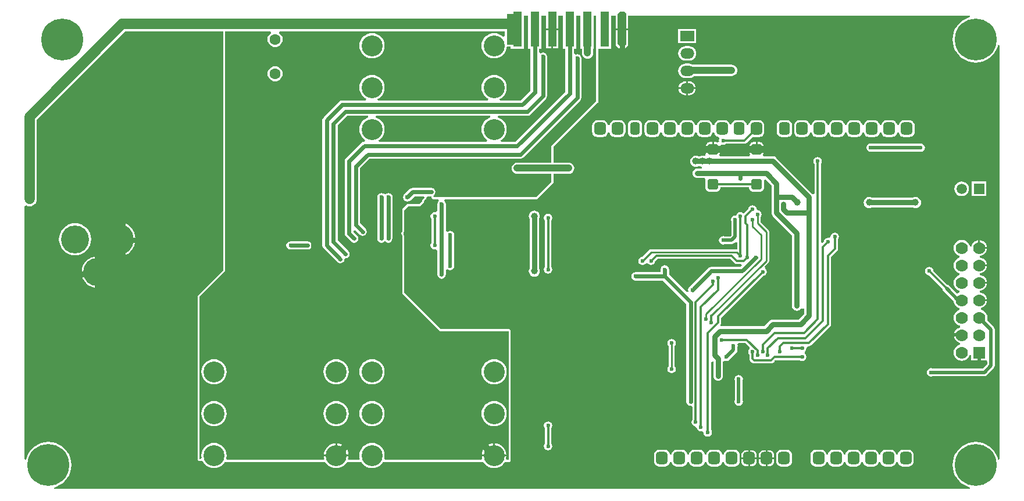
<source format=gbl>
%FSTAX24Y24*%
%MOIN*%
%SFA1B1*%

%IPPOS*%
%AMD49*
4,1,8,0.016700,0.035400,-0.016700,0.035400,-0.033400,0.018700,-0.033400,-0.018700,-0.016700,-0.035400,0.016700,-0.035400,0.033400,-0.018700,0.033400,0.018700,0.016700,0.035400,0.0*
1,1,0.033400,0.016700,0.018700*
1,1,0.033400,-0.016700,0.018700*
1,1,0.033400,-0.016700,-0.018700*
1,1,0.033400,0.016700,-0.018700*
%
%AMD50*
4,1,8,0.013700,0.035400,-0.013700,0.035400,-0.027500,0.021600,-0.027500,-0.021600,-0.013700,-0.035400,0.013700,-0.035400,0.027500,-0.021600,0.027500,0.021600,0.013700,0.035400,0.0*
1,1,0.027600,0.013700,0.021600*
1,1,0.027600,-0.013700,0.021600*
1,1,0.027600,-0.013700,-0.021600*
1,1,0.027600,0.013700,-0.021600*
%
%AMD51*
4,1,8,0.015800,0.035400,-0.015800,0.035400,-0.031500,0.019700,-0.031500,-0.019700,-0.015800,-0.035400,0.015800,-0.035400,0.031500,-0.019700,0.031500,0.019700,0.015800,0.035400,0.0*
1,1,0.031400,0.015800,0.019700*
1,1,0.031400,-0.015800,0.019700*
1,1,0.031400,-0.015800,-0.019700*
1,1,0.031400,0.015800,-0.019700*
%
%AMD57*
4,1,8,0.015800,0.031500,-0.015800,0.031500,-0.031500,0.015800,-0.031500,-0.015800,-0.015800,-0.031500,0.015800,-0.031500,0.031500,-0.015800,0.031500,0.015800,0.015800,0.031500,0.0*
1,1,0.031400,0.015800,0.015800*
1,1,0.031400,-0.015800,0.015800*
1,1,0.031400,-0.015800,-0.015800*
1,1,0.031400,0.015800,-0.015800*
%
%AMD66*
4,1,8,0.025000,-0.087500,0.025000,0.087500,0.012500,0.100000,-0.012500,0.100000,-0.025000,0.087500,-0.025000,-0.087500,-0.012500,-0.100000,0.012500,-0.100000,0.025000,-0.087500,0.0*
%
%ADD24R,0.050000X0.200000*%
%ADD39C,0.039400*%
%ADD40C,0.019700*%
%ADD41C,0.023600*%
%ADD42C,0.009800*%
%ADD43C,0.031500*%
%ADD44C,0.011800*%
G04~CAMADD=49~8~0.0~0.0~669.0~709.0~167.0~0.0~15~0.0~0.0~0.0~0.0~0~0.0~0.0~0.0~0.0~0~0.0~0.0~0.0~0.0~669.0~709.0*
%ADD49D49*%
G04~CAMADD=50~8~0.0~0.0~551.0~709.0~138.0~0.0~15~0.0~0.0~0.0~0.0~0~0.0~0.0~0.0~0.0~0~0.0~0.0~0.0~0.0~551.0~709.0*
%ADD50D50*%
G04~CAMADD=51~8~0.0~0.0~630.0~709.0~157.0~0.0~15~0.0~0.0~0.0~0.0~0~0.0~0.0~0.0~0.0~0~0.0~0.0~0.0~0.0~630.0~709.0*
%ADD51D51*%
%ADD52C,0.240000*%
%ADD53C,0.070000*%
%ADD54R,0.070000X0.070000*%
%ADD55R,0.059100X0.059100*%
%ADD56C,0.059100*%
G04~CAMADD=57~8~0.0~0.0~630.0~630.0~157.0~0.0~15~0.0~0.0~0.0~0.0~0~0.0~0.0~0.0~0.0~0~0.0~0.0~0.0~0.0~630.0~630.0*
%ADD57D57*%
%ADD58O,0.078700X0.059100*%
%ADD59R,0.078700X0.059100*%
%ADD60C,0.120000*%
%ADD61C,0.063000*%
%ADD62C,0.160000*%
%ADD63C,0.180000*%
%ADD64C,0.039400*%
%ADD65C,0.023600*%
G04~CAMADD=66~4~0.0~0.0~2000.0~500.0~0.0~125.0~0~0.0~0.0~0.0~0.0~0~0.0~0.0~0.0~0.0~0~0.0~0.0~0.0~270.0~500.0~2000.0*
%ADD66D66*%
%ADD67C,0.059100*%
%LNpcb1-1*%
%LPD*%
G36*
X156988Y093209D02*
X156398D01*
Y09498*
X156988*
Y093209*
G37*
G36*
X161516Y089961D02*
X158957Y087402D01*
Y08644*
X156988*
X156906Y086429*
X156829Y086397*
X156764Y086347*
X156713Y086281*
X156681Y086204*
X156671Y086122*
X156681Y08604*
X156713Y085963*
X156764Y085897*
X156829Y085847*
X156906Y085815*
X156988Y085804*
X158957*
Y085335*
X158071Y084449*
X152204*
X152181Y084547*
X152237Y084585*
X152289Y084663*
X152308Y084755*
X152289Y084847*
X152237Y084925*
X152159Y084978*
X152067Y084996*
X150995*
X150903Y084978*
X150825Y084925*
X150519Y084619*
X150466Y084541*
X150448Y084449*
X150466Y084357*
X150519Y084279*
X150597Y084226*
X150689Y084208*
X150781Y084226*
X150859Y084279*
X151095Y084514*
X151648*
X15166Y084482*
X151664Y084416*
X151601Y084374*
X151549Y084296*
X151532Y084209*
X151378Y084055*
X150689*
X150394Y08376*
Y082512*
X150368Y082474*
X15035Y082382*
X150368Y08229*
X150394Y082251*
Y082185*
Y078937*
X150591Y07874*
X152559Y076772*
X156496*
Y06939*
X156401*
X156343Y069469*
X156355Y06951*
X156364Y069597*
X155665*
X154967*
X154975Y06951*
X154988Y069469*
X154929Y06939*
X14942*
X149362Y069469*
X149373Y069506*
X149387Y069647*
X149373Y069788*
X149332Y069923*
X149265Y070048*
X149176Y070157*
X149066Y070247*
X148941Y070314*
X148806Y070355*
X148665Y070369*
X148525Y070355*
X148389Y070314*
X148264Y070247*
X148155Y070157*
X148065Y070048*
X147999Y069923*
X147958Y069788*
X147944Y069647*
X147958Y069506*
X147969Y069469*
X14791Y06939*
X147346*
X147288Y069469*
X1473Y06951*
X147309Y069597*
X14661*
X145912*
X14592Y06951*
X145933Y069469*
X145874Y06939*
X140365*
X140307Y069469*
X140318Y069506*
X140332Y069647*
X140318Y069788*
X140277Y069923*
X14021Y070048*
X14012Y070157*
X140011Y070247*
X139886Y070314*
X139751Y070355*
X13961Y070369*
X139469Y070355*
X139334Y070314*
X139209Y070247*
X1391Y070157*
X13901Y070048*
X138944Y069923*
X138903Y069788*
X138889Y069647*
X138902Y069516*
X13888Y069488*
X138821Y069439*
X13878Y069453*
Y078346*
Y07874*
X140256Y080217*
Y093973*
X142854*
X142881Y093909*
X142882Y093874*
X142801Y093813*
X142732Y093722*
X142688Y093617*
X142673Y093504*
X142688Y093391*
X142732Y093286*
X142801Y093195*
X142892Y093126*
X142997Y093082*
X14311Y093067*
X143223Y093082*
X143329Y093126*
X143419Y093195*
X143489Y093286*
X143532Y093391*
X143547Y093504*
X143532Y093617*
X143489Y093722*
X143419Y093813*
X143339Y093874*
X14334Y093909*
X143367Y093973*
X156277*
Y09369*
X156179Y093654*
X156176Y093658*
X156066Y093748*
X155941Y093815*
X155806Y093856*
X155665Y09387*
X155525Y093856*
X155389Y093815*
X155264Y093748*
X155155Y093658*
X155065Y093549*
X154999Y093424*
X154958Y093289*
X154944Y093148*
X154958Y093007*
X154999Y092872*
X155065Y092747*
X155155Y092638*
X155264Y092548*
X155389Y092481*
X155525Y09244*
X155665Y092426*
X155806Y09244*
X155941Y092481*
X156066Y092548*
X156176Y092638*
X156265Y092747*
X156332Y092872*
X156373Y093007*
X15638Y093075*
X156398Y093088*
X156624*
Y092976*
X15736*
Y094882*
X157624*
Y092976*
X157751*
Y090572*
X157184Y090005*
X156007*
X155982Y090103*
X156066Y090148*
X156176Y090238*
X156265Y090347*
X156332Y090472*
X156373Y090607*
X156387Y090748*
X156373Y090889*
X156332Y091024*
X156265Y091149*
X156176Y091258*
X156066Y091348*
X155941Y091415*
X155806Y091456*
X155665Y09147*
X155525Y091456*
X155389Y091415*
X155264Y091348*
X155155Y091258*
X155065Y091149*
X154999Y091024*
X154958Y090889*
X154944Y090748*
X154958Y090607*
X154999Y090472*
X155065Y090347*
X155155Y090238*
X155264Y090148*
X155349Y090103*
X155324Y090005*
X149007*
X148982Y090103*
X149066Y090148*
X149176Y090238*
X149265Y090347*
X149332Y090472*
X149373Y090607*
X149387Y090748*
X149373Y090889*
X149332Y091024*
X149265Y091149*
X149176Y091258*
X149066Y091348*
X148941Y091415*
X148806Y091456*
X148665Y09147*
X148525Y091456*
X148389Y091415*
X148264Y091348*
X148155Y091258*
X148065Y091149*
X147999Y091024*
X147958Y090889*
X147944Y090748*
X147958Y090607*
X147999Y090472*
X148065Y090347*
X148155Y090238*
X148264Y090148*
X148349Y090103*
X148324Y090005*
X146949*
X146857Y089986*
X146779Y089934*
X145893Y089048*
X14584Y08897*
X145822Y088878*
Y082874*
Y081693*
X14584Y081601*
X145893Y081523*
X14668Y080735*
X146758Y080683*
X14685Y080665*
X146943Y080683*
X147021Y080735*
X147073Y080813*
X147085Y080872*
X147123Y080928*
X147179Y080967*
X147238Y080978*
X147316Y08103*
X147368Y081109*
X147387Y081201*
X147368Y081293*
X147316Y081371*
X146698Y08199*
Y083169*
Y088581*
X147245Y089129*
X148428*
X148442Y089031*
X148389Y089015*
X148264Y088948*
X148155Y088858*
X148065Y088749*
X147999Y088624*
X147958Y088489*
X147944Y088348*
X147958Y088207*
X147999Y088072*
X148065Y087947*
X148155Y087838*
X148264Y087748*
X148278Y087741*
X148253Y087642*
X148228*
X148136Y087624*
X148058Y087572*
X147172Y086686*
X14712Y086608*
X147102Y086516*
Y082382*
X14712Y08229*
X147172Y082212*
X147467Y081916*
X147546Y081864*
X147638Y081846*
X14773Y081864*
X147808Y081916*
X14786Y081994*
X147879Y082087*
X14786Y082179*
X147808Y082257*
X147598Y082467*
X147605Y082525*
X147707Y082563*
X14796Y08231*
X148038Y082258*
X14813Y082239*
X148222Y082258*
X1483Y08231*
X148352Y082388*
X148371Y08248*
X148352Y082572*
X1483Y082651*
X147977Y082974*
Y086121*
X148525Y086669*
X157185*
X157277Y086687*
X157355Y086739*
X160603Y089987*
X160656Y090065*
X160674Y090157*
Y092421*
X160656Y092513*
X160603Y092592*
X160525Y092644*
X160433Y092662*
X160341Y092644*
X160331Y092637*
X160233Y09269*
Y092976*
X16036*
Y094882*
X160624*
Y092976*
X160706*
Y092717*
X160717Y092634*
X160749Y092558*
X160799Y092492*
X160865Y092441*
X160941Y09241*
X161024Y092399*
X161106Y09241*
X161182Y092441*
X161248Y092492*
X161299Y092558*
X16133Y092634*
X161341Y092717*
Y092976*
X16136*
Y094882*
X161516*
Y089961*
G37*
G36*
X155442Y089031D02*
X155389Y089015D01*
X155264Y088948*
X155155Y088858*
X155065Y088749*
X154999Y088624*
X154958Y088489*
X154944Y088348*
X154958Y088207*
X154999Y088072*
X155065Y087947*
X155155Y087838*
X155264Y087748*
X155278Y087741*
X155253Y087642*
X149077*
X149053Y087741*
X149066Y087748*
X149176Y087838*
X149265Y087947*
X149332Y088072*
X149373Y088207*
X149387Y088348*
X149373Y088489*
X149332Y088624*
X149265Y088749*
X149176Y088858*
X149066Y088948*
X148941Y089015*
X148888Y089031*
X148903Y089129*
X155428*
X155442Y089031*
G37*
G36*
X182951Y094783D02*
X182859Y094761D01*
X182667Y094682*
X182491Y094574*
X182333Y094439*
X182198Y094281*
X18209Y094104*
X18201Y093913*
X181962Y093711*
X181946Y093504*
X181962Y093297*
X18201Y093095*
X18209Y092904*
X182198Y092727*
X182333Y092569*
X182491Y092434*
X182667Y092326*
X182859Y092246*
X183061Y092198*
X183268Y092182*
X183475Y092198*
X183676Y092246*
X183868Y092326*
X184045Y092434*
X184203Y092569*
X184337Y092727*
X184446Y092904*
X184525Y093095*
X184547Y093187*
X184646Y093176*
Y069423*
X184547Y069411*
X184525Y069503*
X184446Y069695*
X184337Y069872*
X184203Y070029*
X184045Y070164*
X183868Y070273*
X183676Y070352*
X183475Y0704*
X183268Y070417*
X183061Y0704*
X182859Y070352*
X182667Y070273*
X182491Y070164*
X182333Y070029*
X182198Y069872*
X18209Y069695*
X18201Y069503*
X181962Y069301*
X181946Y069094*
X181962Y068888*
X18201Y068686*
X18209Y068494*
X182198Y068317*
X182333Y06816*
X182491Y068025*
X182667Y067916*
X182859Y067837*
X182951Y067815*
X182939Y067717*
X130446*
X130435Y067815*
X130527Y067837*
X130718Y067916*
X130895Y068025*
X131053Y06816*
X131188Y068317*
X131296Y068494*
X131376Y068686*
X131424Y068888*
X13144Y069094*
X131424Y069301*
X131376Y069503*
X131296Y069695*
X131188Y069872*
X131053Y070029*
X130895Y070164*
X130718Y070273*
X130527Y070352*
X130325Y0704*
X130118Y070417*
X129911Y0704*
X12971Y070352*
X129518Y070273*
X129341Y070164*
X129183Y070029*
X129048Y069872*
X12894Y069695*
X128861Y069503*
X128839Y069411*
X12874Y069423*
Y083932*
X128795Y083968*
X128839Y083984*
X128928Y083948*
X129035Y083933*
X129143Y083948*
X129244Y083989*
X12933Y084056*
X129397Y084142*
X129438Y084242*
X129452Y08435*
Y085039*
Y08563*
Y086319*
Y088902*
X134523Y093973*
X140135*
Y080266*
X138694Y078825*
X138668Y078786*
X138659Y07874*
Y078346*
Y069453*
X13866Y069448*
X138659Y069444*
X138665Y069426*
X138668Y069407*
X138671Y069403*
X138672Y069399*
X138684Y069384*
X138694Y069368*
X138698Y069365*
X138701Y069362*
X138718Y069352*
X138733Y069342*
X138738Y069341*
X138742Y069338*
X138783Y069325*
X138796Y069323*
X138809Y069319*
X138819Y06932*
X138829Y069319*
X138842Y069323*
X138855Y069324*
X138865Y069329*
X138875Y069332*
X138941Y069319*
X138986Y069292*
X13901Y069246*
X1391Y069137*
X139209Y069047*
X139334Y068981*
X139469Y06894*
X13961Y068926*
X139751Y06894*
X139886Y068981*
X140011Y069047*
X14012Y069137*
X140206Y069242*
X14021Y069245*
X140214Y069249*
X140229Y069258*
X140252Y069266*
X140319Y069279*
X140334Y069276*
X140347Y069271*
X140356*
X140365Y069269*
X145874*
X145883Y069271*
X145892*
X145906Y069276*
X14592Y069279*
X14599Y069254*
X146019Y069236*
Y069235*
X1461Y069137*
X146209Y069047*
X146334Y068981*
X146469Y06894*
X14661Y068926*
X146751Y06894*
X146886Y068981*
X147011Y069047*
X14712Y069137*
X147201Y069235*
X147202Y069236*
X147231Y069254*
X1473Y069279*
X147315Y069276*
X147329Y069271*
X147337*
X147346Y069269*
X14791*
X147919Y069271*
X147928*
X147942Y069276*
X147956Y069279*
X148024Y069266*
X148047Y069258*
X148062Y069249*
X148066Y069245*
X148069Y069242*
X148155Y069137*
X148264Y069047*
X148389Y068981*
X148525Y06894*
X148665Y068926*
X148806Y06894*
X148941Y068981*
X149066Y069047*
X149176Y069137*
X149261Y069242*
X149265Y069245*
X149269Y069249*
X149284Y069258*
X149307Y069266*
X149374Y069279*
X149389Y069276*
X149403Y069271*
X149412*
X14942Y069269*
X154929*
X154938Y069271*
X154947*
X154961Y069276*
X154975Y069279*
X155045Y069254*
X155074Y069236*
Y069235*
X155155Y069137*
X155264Y069047*
X155389Y068981*
X155525Y06894*
X155665Y068926*
X155806Y06894*
X155941Y068981*
X156066Y069047*
X156176Y069137*
X156256Y069235*
X156257Y069236*
X156286Y069254*
X156355Y069279*
X15637Y069276*
X156384Y069271*
X156393*
X156401Y069269*
X156496*
X156542Y069279*
X156581Y069305*
X156607Y069344*
X156616Y06939*
Y076772*
X156607Y076818*
X156581Y076857*
X156542Y076883*
X156496Y076892*
X152609*
X150676Y078825*
X150514Y078987*
Y082185*
Y082251*
X150512Y082263*
Y082275*
X150507Y082286*
X150505Y082297*
X150498Y082307*
X150494Y082318*
X150481Y082337*
X150472Y082382*
X150481Y082427*
X150494Y082446*
X150498Y082457*
X150505Y082466*
X150507Y082478*
X150512Y082489*
Y082501*
X150514Y082512*
Y08371*
X150739Y083935*
X151378*
X151424Y083944*
X151463Y08397*
X151617Y084124*
X151624Y084134*
X151632Y084142*
X151637Y084153*
X151643Y084163*
X151645Y084175*
X15165Y084186*
X151663Y084249*
X151688Y084287*
X151731Y084316*
X151743Y084327*
X151755Y084337*
X151759Y084344*
X151764Y084349*
X151771Y084364*
X151779Y084378*
X15178Y084385*
X151782Y084392*
Y084408*
X151784Y084424*
X151868Y084513*
X151874Y084514*
X152065*
X152087Y084421*
X152091Y084412*
X152093Y084403*
X1521Y084391*
X152106Y084379*
X152113Y084372*
X152119Y084364*
X15213Y084356*
X15214Y084347*
X15215Y084343*
X152158Y084338*
X152171Y084335*
X152184Y08433*
X152194*
X152204Y084328*
X152464*
X152494Y08423*
X152487Y084225*
X152435Y084147*
X152417Y084055*
Y083657*
X152318Y083596*
X152264Y083607*
X152172Y083589*
X152093Y083536*
X152041Y083458*
X152023Y083366*
X152041Y083274*
X152083Y083211*
Y081848*
X152041Y081785*
X152023Y081693*
X152041Y081601*
X152093Y081523*
X152172Y08147*
X152264Y081452*
X152318Y081463*
X152417Y081402*
Y08002*
X152435Y079928*
X152487Y079849*
X152565Y079797*
X152657Y079779*
X15275Y079797*
X152828Y079849*
X15288Y079928*
X152898Y08002*
Y080286*
X152933Y08031*
X152997Y08033*
X153057Y080289*
X15315Y080271*
X153242Y080289*
X15332Y080342*
X153372Y08042*
X15339Y080512*
X153372Y080604*
X15337Y080607*
Y082189*
X153372Y082191*
X15339Y082283*
X153372Y082376*
X15332Y082454*
X153242Y082506*
X15315Y082524*
X153057Y082506*
X152997Y082465*
X152933Y082485*
X152898Y082509*
Y084055*
X15288Y084147*
X152828Y084225*
X152821Y08423*
X152851Y084328*
X158071*
X158117Y084338*
X158156Y084364*
X159042Y085249*
X159068Y085289*
X159077Y085335*
Y085804*
X159941*
X160023Y085815*
X1601Y085847*
X160166Y085897*
X160216Y085963*
X160248Y08604*
X160259Y086122*
X160248Y086204*
X160216Y086281*
X160166Y086347*
X1601Y086397*
X160023Y086429*
X159941Y08644*
X159077*
Y087352*
X161601Y089875*
X161627Y089915*
X161636Y089961*
Y092976*
X16236*
Y094882*
X162642*
Y094144*
X162992*
X163342*
Y094882*
X182939*
X182951Y094783*
G37*
G36*
X159624Y092976D02*
X159751D01*
Y090505*
X156888Y087642*
X156077*
X156053Y087741*
X156066Y087748*
X156176Y087838*
X156265Y087947*
X156332Y088072*
X156373Y088207*
X156387Y088348*
X156373Y088489*
X156332Y088624*
X156265Y088749*
X156176Y088858*
X156066Y088948*
X155941Y089015*
X155888Y089031*
X155903Y089129*
X157579*
X157671Y089148*
X157749Y0892*
X158635Y090086*
X158687Y090164*
X158705Y090256*
Y09252*
X158687Y092612*
X158635Y09269*
X158557Y092742*
X158465Y092761*
X158372Y092742*
X158331Y092715*
X158233Y092762*
Y092976*
X15836*
Y094882*
X158642*
Y094144*
X158992*
X159342*
Y094882*
X159624*
Y092976*
G37*
%LNpcb1-2*%
%LPC*%
G36*
X14661Y075169D02*
X146469Y075155D01*
X146334Y075114*
X146209Y075047*
X1461Y074957*
X14601Y074848*
X145944Y074723*
X145903Y074588*
X145889Y074447*
X145903Y074306*
X145944Y074171*
X14601Y074046*
X1461Y073937*
X146209Y073847*
X146334Y073781*
X146469Y07374*
X14661Y073726*
X146751Y07374*
X146886Y073781*
X147011Y073847*
X14712Y073937*
X14721Y074046*
X147277Y074171*
X147318Y074306*
X147332Y074447*
X147318Y074588*
X147277Y074723*
X14721Y074848*
X14712Y074957*
X147011Y075047*
X146886Y075114*
X146751Y075155*
X14661Y075169*
G37*
G36*
X13961D02*
X139469Y075155D01*
X139334Y075114*
X139209Y075047*
X1391Y074957*
X13901Y074848*
X138944Y074723*
X138903Y074588*
X138889Y074447*
X138903Y074306*
X138944Y074171*
X13901Y074046*
X1391Y073937*
X139209Y073847*
X139334Y073781*
X139469Y07374*
X13961Y073726*
X139751Y07374*
X139886Y073781*
X140011Y073847*
X14012Y073937*
X14021Y074046*
X140277Y074171*
X140318Y074306*
X140332Y074447*
X140318Y074588*
X140277Y074723*
X14021Y074848*
X14012Y074957*
X140011Y075047*
X139886Y075114*
X139751Y075155*
X13961Y075169*
G37*
G36*
X155665Y072769D02*
X155525Y072755D01*
X155389Y072714*
X155264Y072647*
X155155Y072557*
X155065Y072448*
X154999Y072323*
X154958Y072188*
X154944Y072047*
X154958Y071906*
X154999Y071771*
X155065Y071646*
X155155Y071537*
X155264Y071447*
X155389Y071381*
X155525Y07134*
X155665Y071326*
X155806Y07134*
X155941Y071381*
X156066Y071447*
X156176Y071537*
X156265Y071646*
X156332Y071771*
X156373Y071906*
X156387Y072047*
X156373Y072188*
X156332Y072323*
X156265Y072448*
X156176Y072557*
X156066Y072647*
X155941Y072714*
X155806Y072755*
X155665Y072769*
G37*
G36*
X148665D02*
X148525Y072755D01*
X148389Y072714*
X148264Y072647*
X148155Y072557*
X148065Y072448*
X147999Y072323*
X147958Y072188*
X147944Y072047*
X147958Y071906*
X147999Y071771*
X148065Y071646*
X148155Y071537*
X148264Y071447*
X148389Y071381*
X148525Y07134*
X148665Y071326*
X148806Y07134*
X148941Y071381*
X149066Y071447*
X149176Y071537*
X149265Y071646*
X149332Y071771*
X149373Y071906*
X149387Y072047*
X149373Y072188*
X149332Y072323*
X149265Y072448*
X149176Y072557*
X149066Y072647*
X148941Y072714*
X148806Y072755*
X148665Y072769*
G37*
G36*
X14661D02*
X146469Y072755D01*
X146334Y072714*
X146209Y072647*
X1461Y072557*
X14601Y072448*
X145944Y072323*
X145903Y072188*
X145889Y072047*
X145903Y071906*
X145944Y071771*
X14601Y071646*
X1461Y071537*
X146209Y071447*
X146334Y071381*
X146469Y07134*
X14661Y071326*
X146751Y07134*
X146886Y071381*
X147011Y071447*
X14712Y071537*
X14721Y071646*
X147277Y071771*
X147318Y071906*
X147332Y072047*
X147318Y072188*
X147277Y072323*
X14721Y072448*
X14712Y072557*
X147011Y072647*
X146886Y072714*
X146751Y072755*
X14661Y072769*
G37*
G36*
X13961D02*
X139469Y072755D01*
X139334Y072714*
X139209Y072647*
X1391Y072557*
X13901Y072448*
X138944Y072323*
X138903Y072188*
X138889Y072047*
X138903Y071906*
X138944Y071771*
X13901Y071646*
X1391Y071537*
X139209Y071447*
X139334Y071381*
X139469Y07134*
X13961Y071326*
X139751Y07134*
X139886Y071381*
X140011Y071447*
X14012Y071537*
X14021Y071646*
X140277Y071771*
X140318Y071906*
X140332Y072047*
X140318Y072188*
X140277Y072323*
X14021Y072448*
X14012Y072557*
X140011Y072647*
X139886Y072714*
X139751Y072755*
X13961Y072769*
G37*
G36*
X155665Y075169D02*
X155525Y075155D01*
X155389Y075114*
X155264Y075047*
X155155Y074957*
X155065Y074848*
X154999Y074723*
X154958Y074588*
X154944Y074447*
X154958Y074306*
X154999Y074171*
X155065Y074046*
X155155Y073937*
X155264Y073847*
X155389Y073781*
X155525Y07374*
X155665Y073726*
X155806Y07374*
X155941Y073781*
X156066Y073847*
X156176Y073937*
X156265Y074046*
X156332Y074171*
X156373Y074306*
X156387Y074447*
X156373Y074588*
X156332Y074723*
X156265Y074848*
X156176Y074957*
X156066Y075047*
X155941Y075114*
X155806Y075155*
X155665Y075169*
G37*
G36*
X148665D02*
X148525Y075155D01*
X148389Y075114*
X148264Y075047*
X148155Y074957*
X148065Y074848*
X147999Y074723*
X147958Y074588*
X147944Y074447*
X147958Y074306*
X147999Y074171*
X148065Y074046*
X148155Y073937*
X148264Y073847*
X148389Y073781*
X148525Y07374*
X148665Y073726*
X148806Y07374*
X148941Y073781*
X149066Y073847*
X149176Y073937*
X149265Y074046*
X149332Y074171*
X149373Y074306*
X149387Y074447*
X149373Y074588*
X149332Y074723*
X149265Y074848*
X149176Y074957*
X149066Y075047*
X148941Y075114*
X148806Y075155*
X148665Y075169*
G37*
G36*
X14666Y070346D02*
Y069697D01*
X147309*
X1473Y069784*
X14726Y069916*
X147195Y070038*
X147108Y070145*
X147001Y070232*
X146879Y070297*
X146747Y070337*
X14666Y070346*
G37*
G36*
X155615D02*
X155528Y070337D01*
X155396Y070297*
X155275Y070232*
X155168Y070145*
X155081Y070038*
X155016Y069916*
X154975Y069784*
X154967Y069697*
X155615*
Y070346*
G37*
G36*
X14656D02*
X146473Y070337D01*
X146341Y070297*
X146219Y070232*
X146113Y070145*
X146025Y070038*
X14596Y069916*
X14592Y069784*
X145912Y069697*
X14656*
Y070346*
G37*
G36*
X155715D02*
Y069697D01*
X156364*
X156355Y069784*
X156315Y069916*
X15625Y070038*
X156163Y070145*
X156056Y070232*
X155935Y070297*
X155803Y070337*
X155715Y070346*
G37*
G36*
X14311Y091972D02*
X142997Y091957D01*
X142892Y091914*
X142801Y091844*
X142732Y091754*
X142688Y091648*
X142673Y091535*
X142688Y091422*
X142732Y091317*
X142801Y091227*
X142892Y091157*
X142997Y091114*
X14311Y091099*
X143223Y091114*
X143329Y091157*
X143419Y091227*
X143489Y091317*
X143532Y091422*
X143547Y091535*
X143532Y091648*
X143489Y091754*
X143419Y091844*
X143329Y091914*
X143223Y091957*
X14311Y091972*
G37*
G36*
X148665Y09387D02*
X148525Y093856D01*
X148389Y093815*
X148264Y093748*
X148155Y093658*
X148065Y093549*
X147999Y093424*
X147958Y093289*
X147944Y093148*
X147958Y093007*
X147999Y092872*
X148065Y092747*
X148155Y092638*
X148264Y092548*
X148389Y092481*
X148525Y09244*
X148665Y092426*
X148806Y09244*
X148941Y092481*
X149066Y092548*
X149176Y092638*
X149265Y092747*
X149332Y092872*
X149373Y093007*
X149387Y093148*
X149373Y093289*
X149332Y093424*
X149265Y093549*
X149176Y093658*
X149066Y093748*
X148941Y093815*
X148806Y093856*
X148665Y09387*
G37*
G36*
X14498Y081934D02*
X143996D01*
X143904Y081915*
X143826Y081863*
X143774Y081785*
X143755Y081693*
X143774Y081601*
X143826Y081523*
X143904Y08147*
X143996Y081452*
X14498*
X145072Y08147*
X145151Y081523*
X145203Y081601*
X145221Y081693*
X145203Y081785*
X145151Y081863*
X145072Y081915*
X14498Y081934*
G37*
G36*
X149606Y08469D02*
X149514Y084671D01*
X149436Y084619*
X149418*
X149337Y08465*
X149305Y084671*
X149213Y08469*
X14912Y084671*
X149042Y084619*
X14899Y084541*
X148972Y084449*
Y082087*
X14899Y081994*
X149042Y081916*
X14912Y081864*
X149213Y081846*
X149305Y081864*
X149383Y081916*
X149431*
X149509Y081864*
X149601Y081846*
X149694Y081864*
X149772Y081916*
X149824Y081994*
X149842Y082087*
Y084424*
X149847Y084449*
X149829Y084541*
X149777Y084619*
X149698Y084671*
X149606Y08469*
G37*
G36*
X169685Y074257D02*
X169593Y074238D01*
X169515Y074186*
X169463Y074108*
X169444Y074016*
X169463Y073924*
X169464Y073921*
Y072831*
X169463Y072828*
X169444Y072736*
X169463Y072644*
X169515Y072566*
X169593Y072514*
X169685Y072495*
X169777Y072514*
X169855Y072566*
X169908Y072644*
X169926Y072736*
X169908Y072828*
X169906Y072831*
Y073921*
X169908Y073924*
X169926Y074016*
X169908Y074108*
X169855Y074186*
X169777Y074238*
X169685Y074257*
G37*
G36*
X157972Y083684D02*
X15789Y083673D01*
X157814Y083641*
X157748Y083591*
X157697Y083525*
X157666Y083448*
X157655Y083366*
X157666Y083284*
X157694Y083214*
Y080368*
X157666Y080299*
X157655Y080217*
X157666Y080134*
X157697Y080058*
X157748Y079992*
X157814Y079941*
X15789Y07991*
X157972Y079899*
X158055Y07991*
X158131Y079941*
X158197Y079992*
X158248Y080058*
X158279Y080134*
X15829Y080217*
X158279Y080299*
X15825Y080368*
Y083214*
X158279Y083284*
X15829Y083366*
X158279Y083448*
X158248Y083525*
X158197Y083591*
X158131Y083641*
X158055Y083673*
X157972Y083684*
G37*
G36*
X132776Y080107D02*
X132025D01*
X132037Y079981*
X132088Y079811*
X132172Y079655*
X132285Y079518*
X132422Y079405*
X132578Y079322*
X132748Y07927*
X132776Y079268*
Y080107*
G37*
G36*
Y081047D02*
X132748Y081044D01*
X132578Y080993*
X132422Y080909*
X132285Y080797*
X132172Y08066*
X132088Y080503*
X132037Y080334*
X132025Y080207*
X132776*
Y081047*
G37*
G36*
X15876Y083509D02*
X158668Y08349D01*
X15859Y083438*
X158537Y08336*
X158519Y083268*
X158537Y083176*
X158579Y083113*
Y08047*
X158537Y080407*
X158519Y080315*
X158537Y080223*
X15859Y080145*
X158668Y080092*
X15876Y080074*
X158852Y080092*
X15893Y080145*
X158982Y080223*
X159001Y080315*
X158982Y080407*
X15894Y08047*
Y083113*
X158982Y083176*
X159001Y083268*
X158982Y08336*
X15893Y083438*
X158852Y08349*
X15876Y083509*
G37*
G36*
X182472Y082015D02*
X18235Y081999D01*
X182236Y081952*
X182139Y081877*
X182064Y081779*
X182016Y081666*
X182Y081543*
X182016Y081421*
X182064Y081307*
X182139Y081209*
X182236Y081134*
X182333Y081094*
X182342Y081043*
X182333Y080992*
X182236Y080952*
X182139Y080877*
X182064Y080779*
X182016Y080666*
X182Y080543*
X182016Y080421*
X182064Y080307*
X182139Y080209*
X182236Y080134*
X182333Y080094*
X182342Y080043*
X182333Y079992*
X182236Y079952*
X182139Y079877*
X182064Y079779*
X182016Y079666*
X182Y079543*
X182016Y079421*
X182064Y079307*
X182139Y079209*
X182236Y079134*
X182333Y079094*
X182342Y079043*
X182333Y078992*
X182236Y078952*
X182208Y078931*
X181751Y079388*
X181679Y079436*
X181638Y079444*
X180847Y080235*
X180833Y080309*
X180781Y080387*
X180702Y080439*
X18061Y080457*
X180518Y080439*
X18044Y080387*
X180388Y080309*
X180369Y080217*
X180388Y080124*
X18044Y080046*
X180518Y079994*
X180592Y079979*
X181382Y079189*
X181391Y079148*
X181438Y079076*
X182005Y07851*
X182016Y078421*
X182064Y078307*
X182139Y078209*
X182236Y078134*
X182333Y078094*
X182342Y078043*
X182333Y077992*
X182236Y077952*
X182139Y077877*
X182064Y077779*
X182016Y077666*
X182Y077543*
X182016Y077421*
X182064Y077307*
X182139Y077209*
X182236Y077134*
X18235Y077087*
X182376Y077084*
Y076985*
X182355Y076982*
X182246Y076936*
X182152Y076864*
X182079Y07677*
X182034Y076661*
X182025Y076593*
X182472*
Y076493*
X182025*
X182034Y076426*
X182079Y076316*
X182152Y076222*
X182246Y07615*
X182355Y076105*
X182376Y076102*
Y076003*
X18235Y075999*
X182236Y075952*
X182139Y075877*
X182064Y075779*
X182016Y075666*
X182Y075543*
X182016Y075421*
X182064Y075307*
X182139Y075209*
X182236Y075134*
X18235Y075087*
X182472Y075071*
X182595Y075087*
X182709Y075134*
X182806Y075209*
X182881Y075307*
X182929Y075421*
X183022Y075402*
Y075093*
X183422*
Y075543*
X183522*
Y075093*
X183834*
X183922*
X183933Y074999*
Y074895*
X183668Y07463*
X180803*
X180801Y074632*
X180709Y07465*
X180616Y074632*
X180538Y07458*
X180486Y074502*
X180468Y074409*
X180486Y074317*
X180538Y074239*
X180616Y074187*
X180709Y074169*
X180801Y074187*
X180803Y074189*
X18376*
X183844Y074205*
X183916Y074253*
X18431Y074647*
X184358Y074719*
X184374Y074803*
Y076862*
X184358Y076947*
X18431Y077018*
X183922Y077406*
X183929Y077421*
X183945Y077543*
X183929Y077666*
X183881Y077779*
X183806Y077877*
X183709Y077952*
X183595Y077999*
X183569Y078003*
Y078102*
X18359Y078105*
X183699Y07815*
X183793Y078222*
X183866Y078316*
X183911Y078426*
X18392Y078493*
X183472*
Y078593*
X18392*
X183911Y078661*
X183866Y07877*
X183793Y078864*
X183699Y078936*
X18359Y078982*
X183499Y078994*
Y079093*
X18359Y079105*
X183699Y07915*
X183793Y079222*
X183866Y079316*
X183911Y079426*
X18392Y079493*
X183472*
Y079593*
X18392*
X183911Y079661*
X183866Y07977*
X183793Y079864*
X183699Y079936*
X18359Y079982*
X183499Y079994*
Y080093*
X18359Y080105*
X183699Y08015*
X183793Y080222*
X183866Y080316*
X183911Y080426*
X18392Y080493*
X183472*
Y080593*
X18392*
X183911Y080661*
X183866Y08077*
X183793Y080864*
X183699Y080936*
X18359Y080982*
X183499Y080994*
Y081093*
X18359Y081105*
X183699Y08115*
X183793Y081222*
X183866Y081316*
X183911Y081426*
X18392Y081493*
X183472*
Y081543*
X183422*
Y081991*
X183355Y081982*
X183246Y081936*
X183151Y081864*
X183079Y08177*
X183034Y081661*
X183031Y081639*
X182932*
X182929Y081666*
X182881Y081779*
X182806Y081877*
X182709Y081952*
X182595Y081999*
X182472Y082015*
G37*
G36*
X165846Y076324D02*
X165754Y076305D01*
X165676Y076253*
X165624Y076175*
X165606Y076083*
X165624Y075991*
X165676Y075913*
Y074776*
X165624Y074698*
X165606Y074606*
X165624Y074514*
X165676Y074436*
X165754Y074384*
X165846Y074365*
X165939Y074384*
X166017Y074436*
X166069Y074514*
X166087Y074606*
X166069Y074698*
X166017Y074776*
Y075913*
X166069Y075991*
X166087Y076083*
X166069Y076175*
X166017Y076253*
X165939Y076305*
X165846Y076324*
G37*
G36*
X170234Y069943D02*
X170117D01*
X170047Y069934*
X169982Y069907*
X169926Y069864*
X169883Y069808*
X169856Y069743*
X169847Y069673*
Y069536*
X170234*
Y069943*
G37*
G36*
X171721Y069436D02*
X171334D01*
Y06903*
X171452*
X171521Y069039*
X171586Y069066*
X171642Y069109*
X171685Y069164*
X171712Y069229*
X171721Y069299*
Y069436*
G37*
G36*
X171234Y069943D02*
X171117D01*
X171047Y069934*
X170982Y069907*
X170926Y069864*
X170883Y069808*
X170856Y069743*
X170847Y069673*
Y069536*
X171234*
Y069943*
G37*
G36*
X170452D02*
X170334D01*
Y069536*
X170721*
Y069673*
X170712Y069743*
X170685Y069808*
X170642Y069864*
X170586Y069907*
X170521Y069934*
X170452Y069943*
G37*
G36*
X170234Y069436D02*
X169847D01*
Y069299*
X169856Y069229*
X169883Y069164*
X169926Y069109*
X169982Y069066*
X170047Y069039*
X170117Y06903*
X170234*
Y069436*
G37*
G36*
X172452Y069961D02*
X172117D01*
X172042Y069951*
X171973Y069923*
X171913Y069877*
X171868Y069817*
X171839Y069748*
X171829Y069673*
Y069299*
X171839Y069225*
X171868Y069155*
X171913Y069096*
X171973Y06905*
X172042Y069021*
X172117Y069011*
X172452*
X172526Y069021*
X172596Y06905*
X172655Y069096*
X172701Y069155*
X17273Y069225*
X172739Y069299*
Y069673*
X17273Y069748*
X172701Y069817*
X172655Y069877*
X172596Y069923*
X172526Y069951*
X172452Y069961*
G37*
G36*
X171234Y069436D02*
X170847D01*
Y069299*
X170856Y069229*
X170883Y069164*
X170926Y069109*
X170982Y069066*
X171047Y069039*
X171117Y06903*
X171234*
Y069436*
G37*
G36*
X170721D02*
X170334D01*
Y06903*
X170452*
X170521Y069039*
X170586Y069066*
X170642Y069109*
X170685Y069164*
X170712Y069229*
X170721Y069299*
Y069436*
G37*
G36*
X169452Y069961D02*
X169117D01*
X169042Y069951*
X168973Y069923*
X168913Y069877*
X168868Y069817*
X168839Y069748*
X168834Y06971*
X168735*
X16873Y069748*
X168701Y069817*
X168655Y069877*
X168596Y069923*
X168526Y069951*
X168452Y069961*
X168117*
X168042Y069951*
X167973Y069923*
X167913Y069877*
X167868Y069817*
X167839Y069748*
X167834Y06971*
X167735*
X16773Y069748*
X167701Y069817*
X167655Y069877*
X167596Y069923*
X167526Y069951*
X167452Y069961*
X167117*
X167042Y069951*
X166973Y069923*
X166913Y069877*
X166868Y069817*
X166839Y069748*
X166834Y06971*
X166735*
X16673Y069748*
X166701Y069817*
X166655Y069877*
X166596Y069923*
X166526Y069951*
X166452Y069961*
X166117*
X166042Y069951*
X165973Y069923*
X165913Y069877*
X165868Y069817*
X165839Y069748*
X165834Y06971*
X165735*
X16573Y069748*
X165701Y069817*
X165655Y069877*
X165596Y069923*
X165526Y069951*
X165452Y069961*
X165117*
X165042Y069951*
X164973Y069923*
X164913Y069877*
X164868Y069817*
X164839Y069748*
X164829Y069673*
Y069299*
X164839Y069225*
X164868Y069155*
X164913Y069096*
X164973Y06905*
X165042Y069021*
X165117Y069011*
X165452*
X165526Y069021*
X165596Y06905*
X165655Y069096*
X165701Y069155*
X16573Y069225*
X165735Y069262*
X165834*
X165839Y069225*
X165868Y069155*
X165913Y069096*
X165973Y06905*
X166042Y069021*
X166117Y069011*
X166452*
X166526Y069021*
X166596Y06905*
X166655Y069096*
X166701Y069155*
X16673Y069225*
X166735Y069262*
X166834*
X166839Y069225*
X166868Y069155*
X166913Y069096*
X166973Y06905*
X167042Y069021*
X167117Y069011*
X167452*
X167526Y069021*
X167596Y06905*
X167655Y069096*
X167701Y069155*
X16773Y069225*
X167735Y069262*
X167834*
X167839Y069225*
X167868Y069155*
X167913Y069096*
X167973Y06905*
X168042Y069021*
X168117Y069011*
X168452*
X168526Y069021*
X168596Y06905*
X168655Y069096*
X168701Y069155*
X16873Y069225*
X168735Y069262*
X168834*
X168839Y069225*
X168868Y069155*
X168913Y069096*
X168973Y06905*
X169042Y069021*
X169117Y069011*
X169452*
X169526Y069021*
X169596Y06905*
X169655Y069096*
X169701Y069155*
X16973Y069225*
X169739Y069299*
Y069673*
X16973Y069748*
X169701Y069817*
X169655Y069877*
X169596Y069923*
X169526Y069951*
X169452Y069961*
G37*
G36*
X15876Y071599D02*
X158668Y071581D01*
X15859Y071529*
X158537Y07145*
X158519Y071358*
X158537Y071266*
X158579Y071203*
Y070332*
X158537Y070269*
X158519Y070177*
X158537Y070085*
X15859Y070007*
X158668Y069955*
X15876Y069936*
X158852Y069955*
X15893Y070007*
X158982Y070085*
X159001Y070177*
X158982Y070269*
X15894Y070332*
Y071203*
X158982Y071266*
X159001Y071358*
X158982Y07145*
X15893Y071529*
X158852Y071581*
X15876Y071599*
G37*
G36*
X179428Y069961D02*
X179093D01*
X179019Y069951*
X178949Y069923*
X17889Y069877*
X178844Y069817*
X178815Y069748*
X17881Y06971*
X178711*
X178706Y069748*
X178677Y069817*
X178632Y069877*
X178572Y069923*
X178502Y069951*
X178428Y069961*
X178093*
X178019Y069951*
X177949Y069923*
X17789Y069877*
X177844Y069817*
X177815Y069748*
X17781Y06971*
X177711*
X177706Y069748*
X177677Y069817*
X177632Y069877*
X177572Y069923*
X177502Y069951*
X177428Y069961*
X177093*
X177019Y069951*
X176949Y069923*
X17689Y069877*
X176844Y069817*
X176815Y069748*
X17681Y06971*
X176711*
X176706Y069748*
X176677Y069817*
X176632Y069877*
X176572Y069923*
X176502Y069951*
X176428Y069961*
X176093*
X176019Y069951*
X175949Y069923*
X17589Y069877*
X175844Y069817*
X175815Y069748*
X17581Y06971*
X175711*
X175706Y069748*
X175677Y069817*
X175632Y069877*
X175572Y069923*
X175502Y069951*
X175428Y069961*
X175093*
X175019Y069951*
X174949Y069923*
X17489Y069877*
X174844Y069817*
X174815Y069748*
X17481Y06971*
X174711*
X174706Y069748*
X174677Y069817*
X174632Y069877*
X174572Y069923*
X174502Y069951*
X174428Y069961*
X174093*
X174019Y069951*
X173949Y069923*
X17389Y069877*
X173844Y069817*
X173815Y069748*
X173805Y069673*
Y069299*
X173815Y069225*
X173844Y069155*
X17389Y069096*
X173949Y06905*
X174019Y069021*
X174093Y069011*
X174428*
X174502Y069021*
X174572Y06905*
X174632Y069096*
X174677Y069155*
X174706Y069225*
X174711Y069262*
X17481*
X174815Y069225*
X174844Y069155*
X17489Y069096*
X174949Y06905*
X175019Y069021*
X175093Y069011*
X175428*
X175502Y069021*
X175572Y06905*
X175632Y069096*
X175677Y069155*
X175706Y069225*
X175711Y069262*
X17581*
X175815Y069225*
X175844Y069155*
X17589Y069096*
X175949Y06905*
X176019Y069021*
X176093Y069011*
X176428*
X176502Y069021*
X176572Y06905*
X176632Y069096*
X176677Y069155*
X176706Y069225*
X176711Y069262*
X17681*
X176815Y069225*
X176844Y069155*
X17689Y069096*
X176949Y06905*
X177019Y069021*
X177093Y069011*
X177428*
X177502Y069021*
X177572Y06905*
X177632Y069096*
X177677Y069155*
X177706Y069225*
X177711Y069262*
X17781*
X177815Y069225*
X177844Y069155*
X17789Y069096*
X177949Y06905*
X178019Y069021*
X178093Y069011*
X178428*
X178502Y069021*
X178572Y06905*
X178632Y069096*
X178677Y069155*
X178706Y069225*
X178711Y069262*
X17881*
X178815Y069225*
X178844Y069155*
X17889Y069096*
X178949Y06905*
X179019Y069021*
X179093Y069011*
X179428*
X179502Y069021*
X179572Y06905*
X179632Y069096*
X179677Y069155*
X179706Y069225*
X179716Y069299*
Y069673*
X179706Y069748*
X179677Y069817*
X179632Y069877*
X179572Y069923*
X179502Y069951*
X179428Y069961*
G37*
G36*
X171452Y069943D02*
X171334D01*
Y069536*
X171721*
Y069673*
X171712Y069743*
X171685Y069808*
X171642Y069864*
X171586Y069907*
X171521Y069934*
X171452Y069943*
G37*
G36*
X131644Y08297D02*
X131464Y082952D01*
X131291Y0829*
X131131Y082814*
X130992Y0827*
X130877Y08256*
X130792Y0824*
X130739Y082227*
X130721Y082047*
X130739Y081867*
X130792Y081694*
X130877Y081535*
X130992Y081395*
X131131Y08128*
X131291Y081195*
X131464Y081143*
X131644Y081125*
X131824Y081143*
X131997Y081195*
X132157Y08128*
X132296Y081395*
X132411Y081535*
X132496Y081694*
X132549Y081867*
X132567Y082047*
X132549Y082227*
X132496Y0824*
X132411Y08256*
X132296Y0827*
X132157Y082814*
X131997Y0829*
X131824Y082952*
X131644Y08297*
G37*
G36*
X166682Y091099D02*
X166634D01*
X166531Y091086*
X166435Y091046*
X166352Y090983*
X166289Y0909*
X166249Y090804*
X166242Y090751*
X166682*
Y091099*
G37*
G36*
X166831D02*
X166782D01*
Y090751*
X167223*
X167216Y090804*
X167176Y0909*
X167113Y090983*
X16703Y091046*
X166934Y091086*
X166831Y091099*
G37*
G36*
X167223Y090651D02*
X166782D01*
Y090302*
X166831*
X166934Y090316*
X16703Y090356*
X167113Y090419*
X167176Y090501*
X167216Y090598*
X167223Y090651*
G37*
G36*
X162908Y088859D02*
X162574D01*
X162499Y088849*
X16243Y08882*
X16237Y088774*
X162324Y088715*
X162296Y088645*
X162291Y088608*
X162191*
X162186Y088645*
X162158Y088715*
X162112Y088774*
X162052Y08882*
X161983Y088849*
X161908Y088859*
X161574*
X161499Y088849*
X16143Y08882*
X16137Y088774*
X161324Y088715*
X161296Y088645*
X161286Y088571*
Y088197*
X161296Y088122*
X161324Y088053*
X16137Y087993*
X16143Y087948*
X161499Y087919*
X161574Y087909*
X161908*
X161983Y087919*
X162052Y087948*
X162112Y087993*
X162158Y088053*
X162186Y088122*
X162191Y08816*
X162291*
X162296Y088122*
X162324Y088053*
X16237Y087993*
X16243Y087948*
X162499Y087919*
X162574Y087909*
X162908*
X162983Y087919*
X163052Y087948*
X163112Y087993*
X163158Y088053*
X163186Y088122*
X163196Y088197*
Y088571*
X163186Y088645*
X163158Y088715*
X163112Y088774*
X163052Y08882*
X162983Y088849*
X162908Y088859*
G37*
G36*
X179483D02*
X179148D01*
X179074Y088849*
X179004Y08882*
X178945Y088774*
X178899Y088715*
X17887Y088645*
X178865Y088608*
X178766*
X178761Y088645*
X178732Y088715*
X178687Y088774*
X178627Y08882*
X178558Y088849*
X178483Y088859*
X178148*
X178074Y088849*
X178004Y08882*
X177945Y088774*
X177899Y088715*
X17787Y088645*
X177865Y088608*
X177766*
X177761Y088645*
X177732Y088715*
X177687Y088774*
X177627Y08882*
X177558Y088849*
X177483Y088859*
X177148*
X177074Y088849*
X177004Y08882*
X176945Y088774*
X176899Y088715*
X17687Y088645*
X176865Y088608*
X176766*
X176761Y088645*
X176732Y088715*
X176687Y088774*
X176627Y08882*
X176558Y088849*
X176483Y088859*
X176148*
X176074Y088849*
X176004Y08882*
X175945Y088774*
X175899Y088715*
X17587Y088645*
X175865Y088608*
X175766*
X175761Y088645*
X175732Y088715*
X175687Y088774*
X175627Y08882*
X175558Y088849*
X175483Y088859*
X175148*
X175074Y088849*
X175004Y08882*
X174945Y088774*
X174899Y088715*
X17487Y088645*
X174865Y088608*
X174766*
X174761Y088645*
X174732Y088715*
X174687Y088774*
X174627Y08882*
X174558Y088849*
X174483Y088859*
X174148*
X174074Y088849*
X174004Y08882*
X173945Y088774*
X173899Y088715*
X17387Y088645*
X173865Y088608*
X173766*
X173761Y088645*
X173732Y088715*
X173687Y088774*
X173627Y08882*
X173558Y088849*
X173483Y088859*
X173148*
X173074Y088849*
X173004Y08882*
X172945Y088774*
X172899Y088715*
X17287Y088645*
X172861Y088571*
Y088197*
X17287Y088122*
X172899Y088053*
X172945Y087993*
X173004Y087948*
X173074Y087919*
X173148Y087909*
X173483*
X173558Y087919*
X173627Y087948*
X173687Y087993*
X173732Y088053*
X173761Y088122*
X173766Y08816*
X173865*
X17387Y088122*
X173899Y088053*
X173945Y087993*
X174004Y087948*
X174074Y087919*
X174148Y087909*
X174483*
X174558Y087919*
X174627Y087948*
X174687Y087993*
X174732Y088053*
X174761Y088122*
X174766Y08816*
X174865*
X17487Y088122*
X174899Y088053*
X174945Y087993*
X175004Y087948*
X175074Y087919*
X175148Y087909*
X175483*
X175558Y087919*
X175627Y087948*
X175687Y087993*
X175732Y088053*
X175761Y088122*
X175766Y08816*
X175865*
X17587Y088122*
X175899Y088053*
X175945Y087993*
X176004Y087948*
X176074Y087919*
X176148Y087909*
X176483*
X176558Y087919*
X176627Y087948*
X176687Y087993*
X176732Y088053*
X176761Y088122*
X176766Y08816*
X176865*
X17687Y088122*
X176899Y088053*
X176945Y087993*
X177004Y087948*
X177074Y087919*
X177148Y087909*
X177483*
X177558Y087919*
X177627Y087948*
X177687Y087993*
X177732Y088053*
X177761Y088122*
X177766Y08816*
X177865*
X17787Y088122*
X177899Y088053*
X177945Y087993*
X178004Y087948*
X178074Y087919*
X178148Y087909*
X178483*
X178558Y087919*
X178627Y087948*
X178687Y087993*
X178732Y088053*
X178761Y088122*
X178766Y08816*
X178865*
X17887Y088122*
X178899Y088053*
X178945Y087993*
X179004Y087948*
X179074Y087919*
X179148Y087909*
X179483*
X179558Y087919*
X179627Y087948*
X179687Y087993*
X179732Y088053*
X179761Y088122*
X179771Y088197*
Y088571*
X179761Y088645*
X179732Y088715*
X179687Y088774*
X179627Y08882*
X179558Y088849*
X179483Y088859*
G37*
G36*
X166682Y090651D02*
X166242D01*
X166249Y090598*
X166289Y090501*
X166352Y090419*
X166435Y090356*
X166531Y090316*
X166634Y090302*
X166682*
Y090651*
G37*
G36*
X166831Y092118D02*
X166634D01*
X166526Y092104*
X166425Y092062*
X166339Y091996*
X166273Y091909*
X166231Y091809*
X166217Y091701*
X166231Y091593*
X166273Y091492*
X166339Y091406*
X166425Y09134*
X166526Y091298*
X166634Y091284*
X166831*
X166939Y091298*
X167039Y09134*
X167126Y091406*
X167132Y091415*
X169291*
X169374Y091425*
X16945Y091457*
X169516Y091508*
X169566Y091573*
X169598Y09165*
X169609Y091732*
X169598Y091814*
X169566Y091891*
X169516Y091957*
X16945Y092007*
X169374Y092039*
X169291Y09205*
X167055*
X167039Y092062*
X166939Y092104*
X166831Y092118*
G37*
G36*
X162942Y094044D02*
X162642D01*
Y093169*
X162817Y092994*
X162942*
Y094044*
G37*
G36*
X163342D02*
X163042D01*
Y092994*
X163167*
X163342Y093169*
Y094044*
G37*
G36*
X167244Y094114D02*
X16622D01*
Y093287*
X167244*
Y094114*
G37*
G36*
X166831Y093118D02*
X166634D01*
X166526Y093104*
X166425Y093062*
X166339Y092996*
X166273Y092909*
X166231Y092809*
X166217Y092701*
X166231Y092593*
X166273Y092492*
X166339Y092406*
X166425Y09234*
X166526Y092298*
X166634Y092284*
X166831*
X166939Y092298*
X167039Y09234*
X167126Y092406*
X167192Y092492*
X167233Y092593*
X167248Y092701*
X167233Y092809*
X167192Y092909*
X167126Y092996*
X167039Y093062*
X166939Y093104*
X166831Y093118*
G37*
G36*
X170865Y088859D02*
X17053D01*
X170456Y088849*
X170386Y08882*
X170327Y088774*
X170281Y088715*
X170252Y088645*
X170246Y088597*
X170147*
X170139Y088653*
X170112Y08872*
X170067Y088777*
X17001Y088821*
X169943Y088849*
X169871Y088859*
X169556*
X169484Y088849*
X169417Y088821*
X169359Y088777*
X169315Y08872*
X169287Y088653*
X169286Y088642*
X169187*
X169186Y088645*
X169158Y088715*
X169112Y088774*
X169052Y08882*
X168983Y088849*
X168908Y088859*
X168574*
X168499Y088849*
X16843Y08882*
X16837Y088774*
X168324Y088715*
X168296Y088645*
X168291Y088608*
X168191*
X168186Y088645*
X168158Y088715*
X168112Y088774*
X168052Y08882*
X167983Y088849*
X167908Y088859*
X167574*
X167499Y088849*
X16743Y08882*
X16737Y088774*
X167324Y088715*
X167296Y088645*
X167291Y088608*
X167191*
X167186Y088645*
X167158Y088715*
X167112Y088774*
X167052Y08882*
X166983Y088849*
X166908Y088859*
X166574*
X166499Y088849*
X16643Y08882*
X16637Y088774*
X166324Y088715*
X166296Y088645*
X166291Y088608*
X166191*
X166186Y088645*
X166158Y088715*
X166112Y088774*
X166052Y08882*
X165983Y088849*
X165908Y088859*
X165574*
X165499Y088849*
X16543Y08882*
X16537Y088774*
X165324Y088715*
X165296Y088645*
X165291Y088608*
X165191*
X165186Y088645*
X165158Y088715*
X165112Y088774*
X165052Y08882*
X164983Y088849*
X164908Y088859*
X164574*
X164499Y088849*
X16443Y08882*
X16437Y088774*
X164324Y088715*
X164296Y088645*
X164286Y088571*
Y088197*
X164296Y088122*
X164324Y088053*
X16437Y087993*
X16443Y087948*
X164499Y087919*
X164574Y087909*
X164908*
X164983Y087919*
X165052Y087948*
X165112Y087993*
X165158Y088053*
X165186Y088122*
X165191Y08816*
X165291*
X165296Y088122*
X165324Y088053*
X16537Y087993*
X16543Y087948*
X165499Y087919*
X165574Y087909*
X165908*
X165983Y087919*
X166052Y087948*
X166112Y087993*
X166158Y088053*
X166186Y088122*
X166191Y08816*
X166291*
X166296Y088122*
X166324Y088053*
X16637Y087993*
X16643Y087948*
X166499Y087919*
X166574Y087909*
X166908*
X166983Y087919*
X167052Y087948*
X167112Y087993*
X167158Y088053*
X167186Y088122*
X167191Y08816*
X167291*
X167296Y088122*
X167324Y088053*
X16737Y087993*
X16743Y087948*
X167499Y087919*
X167574Y087909*
X167908*
X167983Y087919*
X168052Y087948*
X168112Y087993*
X168158Y088053*
X168186Y088122*
X168191Y08816*
X168291*
X168296Y088122*
X168324Y088053*
X16837Y087993*
X16843Y087948*
X168499Y087919*
X168541Y087913*
X168585Y087842*
X168591Y087811*
X168577Y087789*
X168558Y087697*
X168566Y087657*
X168531Y087623*
X168478Y087594*
X168433Y087613*
X168366Y087622*
X168259*
Y087255*
X168626*
Y087362*
X168619Y087415*
X168652Y087448*
X168704Y087476*
X168707Y087474*
X168799Y087456*
X168891Y087474*
X168954Y087516*
X170011*
X17008Y08753*
X170138Y087569*
X170484Y087915*
X17053Y087909*
X170865*
X170939Y087919*
X171009Y087948*
X171069Y087993*
X171114Y088053*
X171143Y088122*
X171153Y088197*
Y088571*
X171143Y088645*
X171114Y088715*
X171069Y088774*
X171009Y08882*
X170939Y088849*
X170865Y088859*
G37*
G36*
X179823Y084471D02*
X179741Y08446D01*
X179671Y084432*
X177317*
X177248Y08446*
X177165Y084471*
X177083Y08446*
X177007Y084429*
X176941Y084378*
X17689Y084312*
X176859Y084236*
X176848Y084154*
X176859Y084071*
X17689Y083995*
X176941Y083929*
X177007Y083878*
X177083Y083847*
X177165Y083836*
X177248Y083847*
X177317Y083876*
X179671*
X179741Y083847*
X179823Y083836*
X179905Y083847*
X179982Y083878*
X180047Y083929*
X180098Y083995*
X18013Y084071*
X180141Y084154*
X18013Y084236*
X180098Y084312*
X180047Y084378*
X179982Y084429*
X179905Y08446*
X179823Y084471*
G37*
G36*
X182465Y085358D02*
X182357Y085344D01*
X182256Y085302*
X18217Y085236*
X182103Y085149*
X182062Y085049*
X182048Y084941*
X182062Y084833*
X182103Y084732*
X18217Y084646*
X182256Y08458*
X182357Y084538*
X182465Y084524*
X182572Y084538*
X182673Y08458*
X182759Y084646*
X182826Y084732*
X182867Y084833*
X182882Y084941*
X182867Y085049*
X182826Y085149*
X182759Y085236*
X182673Y085302*
X182572Y085344*
X182465Y085358*
G37*
G36*
X183878Y085354D02*
X183051D01*
Y084528*
X183878*
Y085354*
G37*
G36*
X134547Y082944D02*
Y082097D01*
X135104*
X13509Y082243*
X135032Y082432*
X13494Y082606*
X134815Y082758*
X134662Y082883*
X134547Y082944*
G37*
G36*
X135104Y081997D02*
X134547D01*
Y08115*
X134662Y081212*
X134815Y081337*
X13494Y081489*
X135032Y081663*
X13509Y081851*
X135104Y081997*
G37*
G36*
X183522Y081991D02*
Y081593D01*
X18392*
X183911Y081661*
X183866Y08177*
X183793Y081864*
X183699Y081936*
X18359Y081982*
X183522Y081991*
G37*
G36*
X180118Y087544D02*
X180026Y087526D01*
X180023Y087524*
X177351*
X177348Y087526*
X177256Y087544*
X177164Y087526*
X177086Y087473*
X177033Y087395*
X177015Y087303*
X177033Y087211*
X177086Y087133*
X177164Y087081*
X177256Y087062*
X177348Y087081*
X177351Y087082*
X180023*
X180026Y087081*
X180118Y087062*
X18021Y087081*
X180288Y087133*
X180341Y087211*
X180359Y087303*
X180341Y087395*
X180288Y087473*
X18021Y087526*
X180118Y087544*
G37*
G36*
X172473Y088859D02*
X172158D01*
X172086Y088849*
X172019Y088821*
X171962Y088777*
X171918Y08872*
X17189Y088653*
X17188Y088581*
Y088187*
X17189Y088115*
X171918Y088048*
X171962Y08799*
X172019Y087946*
X172086Y087919*
X172158Y087909*
X172473*
X172545Y087919*
X172612Y087946*
X17267Y08799*
X172714Y088048*
X172742Y088115*
X172751Y088187*
Y088581*
X172742Y088653*
X172714Y08872*
X17267Y088777*
X172612Y088821*
X172545Y088849*
X172473Y088859*
G37*
G36*
X163879D02*
X163603D01*
X163536Y08885*
X163474Y088824*
X163421Y088783*
X16338Y088729*
X163354Y088667*
X163345Y0886*
Y088167*
X163354Y088101*
X16338Y088038*
X163421Y087985*
X163474Y087944*
X163536Y087918*
X163603Y087909*
X163879*
X163946Y087918*
X164008Y087944*
X164061Y087985*
X164102Y088038*
X164128Y088101*
X164137Y088167*
Y0886*
X164128Y088667*
X164102Y088729*
X164061Y088783*
X164008Y088824*
X163946Y08885*
X163879Y088859*
G37*
G36*
X170866Y087622D02*
X170759D01*
Y087255*
X171126*
Y087362*
X171117Y087429*
X171091Y087492*
X17105Y087546*
X170996Y087587*
X170933Y087613*
X170866Y087622*
G37*
G36*
X171126Y087155D02*
X170291D01*
Y087047*
X1703Y08698*
X170326Y086917*
X170346Y086892*
X17031Y086801*
X170303Y086794*
X168614*
X168608Y086801*
X168572Y086892*
X168591Y086917*
X168617Y08698*
X168626Y087047*
Y087155*
X167791*
Y087047*
X1678Y08698*
X167812Y086951*
X167783Y086857*
X167766Y086834*
X167718Y086815*
X1677Y086823*
X167618Y086833*
X167536Y086823*
X167466Y086794*
X167376*
X167307Y086823*
X167224Y086833*
X167142Y086823*
X167066Y086791*
X167Y08674*
X166949Y086675*
X166918Y086598*
X166907Y086516*
X166918Y086434*
X166949Y086357*
X167Y086291*
X167066Y086241*
X167142Y086209*
X167224Y086198*
X167307Y086209*
X167376Y086238*
X167466*
X167536Y086209*
X167562Y086206*
X167579Y086203*
X167573Y086107*
X167565Y086105*
X167323*
X167251Y086095*
X167184Y086067*
X167126Y086023*
X167082Y085966*
X167054Y085899*
X167045Y085827*
X167054Y085755*
X167082Y085688*
X167126Y08563*
X167184Y085586*
X167251Y085558*
X167323Y085549*
X167729*
X167789Y08545*
X167783Y085434*
X167773Y085362*
Y085047*
X167783Y084975*
X16781Y084908*
X167855Y084851*
X167912Y084807*
X167979Y084779*
X168051Y084769*
X168366*
X168438Y084779*
X168505Y084807*
X168563Y084851*
X168607Y084908*
X168635Y084975*
X168641Y085024*
X170276*
X170283Y084975*
X17031Y084908*
X170355Y084851*
X170412Y084807*
X170479Y084779*
X170551Y084769*
X170866*
X170938Y084779*
X171005Y084807*
X171063Y084851*
X171107Y084908*
X171135Y084975*
X171144Y085047*
Y085362*
X171137Y085417*
X171175Y085449*
X171226Y085468*
X171572Y085121*
Y08435*
Y083563*
X171582Y083491*
X17161Y083424*
X171654Y083366*
X172048Y082973*
X172744Y082277*
Y081191*
Y07876*
Y078218*
X172753Y078147*
X172781Y07808*
X172825Y078022*
X172883Y077978*
X17295Y07795*
X173022Y077941*
X173094Y07795*
X173161Y077978*
X173218Y078022*
X173241Y078051*
X173442*
Y077773*
X173113Y077443*
X171654*
X171582Y077434*
X171515Y077406*
X171457Y077362*
X171145Y07705*
X168684*
X168652Y077103*
X16864Y077148*
X168671Y077195*
X168685Y077264*
Y077543*
X171081Y07994*
X171155Y079955*
X171233Y080007*
X171286Y080085*
X171304Y080177*
X171286Y080269*
X171233Y080347*
X171202Y080369*
X171181Y080487*
X17138Y080686*
X171417Y080742*
X17143Y080807*
Y08248*
X171417Y082546*
X17138Y082601*
X170938Y083043*
Y083295*
X17099Y083372*
X171009Y083465*
X17099Y083557*
X170938Y083635*
X17086Y083687*
X170768Y083705*
X170707Y083794*
X170695Y083852*
X170643Y08393*
X170565Y083982*
X170472Y084001*
X17038Y083982*
X170302Y08393*
X17025Y083852*
X170235Y083778*
X16999Y083533*
X169954Y083536*
X169876Y083589*
X169783Y083607*
X169691Y083589*
X169613Y083536*
X169561Y083458*
X169549Y083398*
X169488Y08341*
X169396Y083392*
X169318Y08334*
X169266Y083261*
X169247Y083169*
X169266Y083077*
X169267Y083075*
Y082276*
X1692Y082209*
X168894*
X168891Y082211*
X168799Y082229*
X168707Y082211*
X168629Y082158*
X168577Y08208*
X168558Y081988*
X168577Y081896*
X168629Y081818*
X168707Y081766*
X168799Y081747*
X168891Y081766*
X168894Y081767*
X169291*
X169376Y081784*
X169447Y081832*
X169512Y081897*
X169603Y081859*
Y081483*
X169587Y08147*
X164665*
X1646Y081457*
X164545Y08142*
X164173Y081048*
X164081Y08103*
X164003Y080977*
X163951Y080899*
X163932Y080807*
X163951Y080715*
X164003Y080637*
X164081Y080585*
X164173Y080566*
X164265Y080585*
X164344Y080637*
X164361Y080662*
X164478*
X164495Y080637*
X164573Y080585*
X164665Y080566*
X164758Y080585*
X164836Y080637*
X164888Y080715*
X164903Y080789*
X165035Y080922*
X169217*
X169459Y080679*
X169517Y08064*
X169587Y080626*
X169823*
X16986Y080536*
X169782Y080457*
X16811*
X168018Y080439*
X16794Y080387*
X166857Y079304*
X166805Y079226*
X166787Y079134*
X166803Y079051*
X166799Y079045*
X166691Y079023*
X165694Y080021*
Y080315*
X165675Y080407*
X165623Y080485*
X165545Y080537*
X165453Y080556*
X165361Y080537*
X165282Y080485*
X16523Y080407*
X165212Y080315*
Y080162*
X16378*
X163687Y080144*
X163609Y080092*
X163557Y080013*
X163539Y079921*
X163557Y079829*
X163609Y079751*
X163687Y079699*
X16378Y07968*
X165353*
X166688Y078345*
Y077264*
Y072736*
X166707Y072644*
X166759Y072566*
X166837Y072514*
X166929Y072495*
X166945Y072499*
X167044Y072419*
Y07171*
X167002Y071647*
X166984Y071555*
X167002Y071463*
X167054Y071385*
X167132Y071333*
X167191Y071321*
X167247Y071282*
X167286Y071226*
X167297Y071168*
X167349Y07109*
X167428Y071037*
X16752Y071019*
X167586Y071032*
X167662Y070978*
X167673Y070965*
X167691Y070872*
X167743Y070794*
X167821Y070742*
X167913Y070724*
X168006Y070742*
X168084Y070794*
X168136Y070872*
X168154Y070965*
X168136Y071057*
X168094Y071119*
Y074995*
X168192Y075046*
X168226Y075023*
Y074803*
Y074508*
Y074213*
X168235Y074141*
X168263Y074074*
X168307Y074016*
X168365Y073972*
X168432Y073944*
X168504Y073935*
X168576Y073944*
X168643Y073972*
X1687Y074016*
X168745Y074074*
X168772Y074141*
X168782Y074213*
Y074508*
Y074803*
Y075029*
X16888Y075082*
X168894Y075073*
X168986Y075054*
X169078Y075073*
X169157Y075125*
X169209Y075203*
Y075206*
X169546Y075543*
X169594Y075614*
X169611Y075699*
Y07583*
X169612Y075833*
X169631Y075925*
X169616Y076*
X169649Y076064*
X169676Y076099*
X170071*
X170312Y075858*
X170302Y075761*
X17025Y075683*
X170232Y075591*
X17025Y075498*
X170292Y075436*
Y075197*
X170306Y075128*
X170345Y075069*
X170443Y074971*
X170502Y074932*
X170571Y074918*
X171555*
X171624Y074932*
X171683Y074971*
X171827Y075115*
X173172*
X173235Y075073*
X173327Y075054*
X173419Y075073*
X173497Y075125*
X173549Y075203*
X173568Y075295*
X173549Y075387*
X173497Y075466*
X173472Y075483*
Y0756*
X173497Y075617*
X173549Y075695*
X173568Y075787*
X173564Y075804*
X173644Y075902*
X17372*
X17379Y075916*
X173848Y075955*
X174931Y077038*
X17497Y077096*
X174984Y077165*
Y081028*
X175325Y081368*
X175364Y081427*
X175377Y081496*
Y08203*
X175419Y082093*
X175438Y082185*
X175419Y082277*
X175367Y082355*
X175289Y082408*
X175197Y082426*
X175105Y082408*
X175027Y082355*
X174974Y082277*
X174956Y082185*
X174945Y082172*
X174869Y082118*
X174803Y082131*
X174711Y082112*
X174633Y08206*
X174581Y081982*
X174566Y081908*
X174484Y081826*
X174393Y081864*
Y086361*
X174435Y086424*
X174453Y086516*
X174435Y086608*
X174383Y086686*
X174305Y086738*
X174213Y086757*
X17412Y086738*
X174042Y086686*
X17399Y086608*
X173972Y086516*
X17399Y086424*
X174032Y086361*
Y084657*
X173934Y084624*
X173917Y084645*
X17185Y086712*
X171793Y086756*
X171725Y086784*
X171654Y086794*
X171114*
X171108Y086801*
X171072Y086892*
X171091Y086917*
X171117Y08698*
X171126Y087047*
Y087155*
G37*
G36*
X168159Y087622D02*
X168051D01*
X167984Y087613*
X167921Y087587*
X167868Y087546*
X167826Y087492*
X1678Y087429*
X167791Y087362*
Y087255*
X168159*
Y087622*
G37*
G36*
X170659D02*
X170551D01*
X170484Y087613*
X170421Y087587*
X170368Y087546*
X170326Y087492*
X1703Y087429*
X170291Y087362*
Y087255*
X170659*
Y087622*
G37*
G36*
X159342Y094044D02*
X159042D01*
Y092994*
X159342*
Y094044*
G37*
G36*
X158942D02*
X158642D01*
Y092994*
X158942*
Y094044*
G37*
%LNpcb1-3*%
%LPD*%
G54D24*
X161992Y094094D03*
X160992D03*
X159992D03*
X158992D03*
X157992D03*
X156992D03*
G54D39*
X156594Y094685D02*
X156988D01*
X156992Y094094D02*
Y094681D01*
X156988Y094685D02*
X156992Y094681D01*
X161024Y092717D02*
Y094063D01*
X160992Y094094D02*
X161024Y094063D01*
X156988Y086122D02*
X15748D01*
X170709Y087205D02*
X171457D01*
X168209D02*
X170709D01*
X166831D02*
X168209D01*
X154545Y070768D02*
Y074294D01*
X150197Y078642D02*
X154545Y074294D01*
X145374Y092224D02*
Y092717D01*
Y081201D02*
Y092224D01*
Y081201D02*
X14626Y080315D01*
X147343*
X147736Y080709*
Y081398*
X147539Y081594D02*
X147736Y081398D01*
X154545Y070768D02*
X155665Y069647D01*
X147731Y070768D02*
X154545D01*
X14661Y069647D02*
X147731Y070768D01*
X159449Y086122D02*
X159941D01*
X15748D02*
X159449D01*
X166732Y091701D02*
X166764Y091732D01*
X169291*
G54D40*
X163287Y083071D02*
X166929D01*
X166831Y082087D02*
Y082972D01*
X167224Y083366D02*
X168799D01*
X166929Y083071D02*
X167224Y083366D01*
X148228Y085039D02*
Y08563D01*
X148425Y085827*
X149902*
X150197Y085532*
Y084154D02*
Y085532D01*
X15315Y080512D02*
Y082283D01*
X182441Y076575D02*
X182472Y076543D01*
X181791Y076575D02*
X182441D01*
X181791Y074819D02*
Y076575D01*
Y074819D02*
X181799Y074811D01*
X183472*
Y075543*
X177256Y087303D02*
X180118D01*
X181594Y079232D02*
X182283Y078543D01*
X182472*
X168799Y081988D02*
X169291D01*
X169488Y082185*
Y083169*
X166831Y082972D02*
X166929Y083071D01*
X171555Y08061D02*
Y082776D01*
X17126Y083071D02*
X171555Y082776D01*
X168986Y075295D02*
X16939Y075699D01*
Y075925*
X169685Y072736D02*
Y074016D01*
X183472Y077543D02*
X184154Y076862D01*
Y074803D02*
Y076862D01*
X18376Y074409D02*
X184154Y074803D01*
X180709Y074409D02*
X18376D01*
G54D41*
X147146Y08937D02*
X157579D01*
X158465Y090256*
Y09252*
X146949Y089764D02*
X157283D01*
X157992Y090472*
Y094094*
X157185Y086909D02*
X160433Y090157D01*
Y092421*
X156988Y087402D02*
X159992Y090406D01*
Y094094*
X146063Y088878D02*
X146949Y089764D01*
X146063Y082874D02*
Y088878D01*
X146457Y088681D02*
X147146Y08937D01*
X146457Y083169D02*
Y088681D01*
X148228Y087402D02*
X156988D01*
X147343Y086516D02*
X148228Y087402D01*
X147343Y082382D02*
Y086516D01*
X148425Y086909D02*
X157185D01*
X147736Y08622D02*
X148425Y086909D01*
X147736Y082874D02*
Y08622D01*
X168799Y083366D02*
X169783Y08435D01*
X150197Y078642D02*
Y084154D01*
X149601Y084444D02*
X149606Y084449D01*
X149601Y082087D02*
Y084444D01*
X149213Y082087D02*
Y084449D01*
Y082087D02*
D01*
X169783Y085532D02*
Y085827D01*
X150689Y084449D02*
X150995Y084755D01*
X152067*
X152657Y08002D02*
Y084055D01*
X147539Y081594D02*
X150197D01*
X143996Y081693D02*
X14498D01*
X147736Y082874D02*
X14813Y08248D01*
X147343Y082382D02*
X147638Y082087D01*
X146949Y082185D02*
Y087402D01*
Y082185D02*
X147539Y081594D01*
X146063Y081693D02*
Y082874D01*
Y081693D02*
X14685Y080906D01*
X146457Y08189D02*
Y083169D01*
Y08189D02*
X147146Y081201D01*
X163386Y085335D02*
X16378D01*
X163287Y085236D02*
X163386Y085335D01*
X163287Y08435D02*
Y085236D01*
Y082677D02*
Y083071D01*
Y08435*
X167028Y079134D02*
X16811Y080217D01*
X169882*
X170669Y081004*
X166929Y072736D02*
Y077264D01*
X165453Y079921D02*
Y080315D01*
X16378Y079921D02*
X165453D01*
X166929Y078445*
Y077264D02*
Y078445D01*
G54D42*
X166437Y093701D02*
X166732D01*
X165846Y074606D02*
Y076083D01*
X170472Y082776D02*
X170965Y082283D01*
X170472Y082776D02*
Y083169D01*
X170768Y082972D02*
Y083465D01*
Y082972D02*
X17126Y08248D01*
X16811Y077657D02*
X17126Y080807D01*
Y08248*
X167815Y077461D02*
Y077756D01*
X170965Y080906*
Y082283*
X164173Y080807D02*
X164665Y081299D01*
X169587*
X169783Y081102*
G54D43*
X133169Y08002D02*
X134252D01*
X131594D02*
X133169D01*
Y081201*
Y079035D02*
Y08002D01*
X134154Y081988D02*
Y083563D01*
Y080413D02*
Y081988D01*
X135433*
X132776D02*
X134154D01*
X155512Y080315D02*
X156791D01*
X162992Y09252D02*
Y094094D01*
X17126Y083071D02*
Y083858D01*
X169783Y08435D02*
X170768D01*
X168012Y086516D02*
X171654D01*
X167618D02*
X168012D01*
X167224D02*
X167618D01*
X167323Y085827D02*
X169783D01*
X17126D02*
X17185Y085236D01*
X169783Y085827D02*
X17126D01*
X157972Y080217D02*
Y083366D01*
X173228Y077165D02*
X17372Y077657D01*
X168307Y075394D02*
Y076476D01*
Y075394D02*
X168504Y075197D01*
X17372Y077657D02*
Y080118D01*
X168504Y074213D02*
Y074508D01*
Y074803*
Y075197*
X173022Y078218D02*
Y07876D01*
Y081191*
X172244Y083169D02*
X173022Y082392D01*
Y081191D02*
Y082392D01*
X170768Y08435D02*
X17126Y083858D01*
X158071Y083957D02*
X158465Y08435D01*
X153839Y083957D02*
X158071D01*
X168602Y076772D02*
X17126D01*
X171654Y077165*
X168307Y076476D02*
X168602Y076772D01*
X171654Y077165D02*
X173228D01*
X158465Y08435D02*
X163287D01*
X172244Y08376D02*
Y084055D01*
X177165Y084154D02*
X179823D01*
X172244Y08376D02*
X172441Y083563D01*
X17372*
Y080118D02*
Y083563D01*
X17185D02*
X172244Y083169D01*
X172736Y084449D02*
X173032Y084154D01*
X17185D02*
Y085236D01*
Y083563D02*
Y08435D01*
X171949Y084449*
X172736*
X171654Y086516D02*
X17372Y084449D01*
Y083563D02*
Y084449D01*
G54D44*
X171457Y078937D02*
Y080512D01*
X174508Y081594D02*
X174803Y08189D01*
X174508Y077362D02*
Y081594D01*
X173524Y076378D02*
X174508Y077362D01*
X174803Y081102D02*
X175197Y081496D01*
X174803Y077165D02*
Y081102D01*
X17372Y076083D02*
X174803Y077165D01*
X15876Y080315D02*
Y083268D01*
X170472Y08376D02*
D01*
X170079Y083366D02*
X170472Y08376D01*
X170079Y082972D02*
Y083366D01*
Y082972D02*
X170177Y082874D01*
Y081004D02*
Y082874D01*
X16998Y080807D02*
X170177Y081004D01*
X170472Y077953D02*
X171457Y078937D01*
X170768Y075394D02*
Y075657D01*
X170145Y07628D02*
X170768Y075657D01*
X168701Y07628D02*
X170145D01*
X168504Y077264D02*
Y077618D01*
X18061Y080217D02*
X181594Y079232D01*
X170472Y075197D02*
Y075591D01*
X171752Y075295D02*
X173327D01*
X171555Y075098D02*
X171752Y075295D01*
X172736Y075787D02*
X173327D01*
X172047Y075886D02*
X172244Y076083D01*
X172047Y075591D02*
Y075886D01*
X170571Y075098D02*
X171555D01*
X170472Y075197D02*
X170571Y075098D01*
X175197Y081496D02*
Y082185D01*
X171063Y075984D02*
X171752Y076673D01*
X171063Y075591D02*
Y075984D01*
X171358Y075787D02*
X171949Y076378D01*
X171358Y075394D02*
Y075787D01*
X152264Y081693D02*
Y083366D01*
X171752Y076673D02*
X173425D01*
X171949Y076378D02*
X173524D01*
X172244Y076083D02*
X17372D01*
X168307Y085205D02*
X170709D01*
X170807*
X170011Y087697D02*
X170698Y088384D01*
X168209Y079429D02*
Y079626D01*
X168504Y079134D02*
Y079823D01*
X168799Y087697D02*
X170011D01*
X169783Y081102D02*
Y083366D01*
X167815Y077461D02*
D01*
X16752Y07815D02*
X168504Y079134D01*
X167913Y076673D02*
X168504Y077264D01*
X167913Y070965D02*
Y076673D01*
X167224Y078445D02*
X168209Y079429D01*
X167224Y071555D02*
Y078445D01*
X16752Y07126D02*
Y07815D01*
X171457Y080512D02*
X171555Y08061D01*
X168504Y077618D02*
X171063Y080177D01*
X16811Y077264D02*
Y077657D01*
X15876Y070177D02*
Y071358D01*
X164665Y080807D02*
X164961Y081102D01*
X169291*
X169587Y080807*
X16998*
X173425Y076673D02*
X174213Y077461D01*
Y086516*
G54D49*
X165741Y088384D03*
X164741D03*
X162741D03*
X161741D03*
X166741D03*
X167741D03*
X168741D03*
X170698D03*
X172284Y069486D03*
X171284D03*
X170284D03*
X169284D03*
X168284D03*
X167284D03*
X166284D03*
X165284D03*
X174261D03*
X175261D03*
X176261D03*
X177261D03*
X178261D03*
X179261D03*
X179316Y088384D03*
X178316D03*
X177316D03*
X176316D03*
X175316D03*
X174316D03*
X173316D03*
G54D50*
X163741Y088384D03*
G54D51*
X169713Y088384D03*
X172316D03*
G54D52*
X130906Y093504D03*
X183268Y069094D03*
X130118D03*
X183268Y093504D03*
G54D53*
X182472Y081543D03*
X183472D03*
X182472Y080543D03*
X183472D03*
X182472Y079543D03*
X183472D03*
X182472Y078543D03*
X183472D03*
X182472Y077543D03*
X183472D03*
X182472Y076543D03*
X183472D03*
X182472Y075543D03*
G54D54*
X183472Y075543D03*
G54D55*
X183465Y084941D03*
G54D56*
X182465Y084941D03*
G54D57*
X168209Y085205D03*
X170709Y087205D03*
X168209D03*
X170709Y085205D03*
G54D58*
X166732Y090701D03*
Y091701D03*
Y092701D03*
G54D59*
X166732Y093701D03*
G54D60*
X148665Y088348D03*
Y090748D03*
Y093148D03*
X155665Y088348D03*
Y090748D03*
Y093148D03*
X14661Y074447D03*
Y072047D03*
Y069647D03*
X13961Y074447D03*
Y072047D03*
Y069647D03*
X155665Y074447D03*
Y072047D03*
Y069647D03*
X148665Y074447D03*
Y072047D03*
Y069647D03*
G54D61*
X14311Y093504D03*
Y091535D03*
G54D62*
X131644Y082047D03*
X132924Y080157D03*
G54D63*
X134104Y082047D03*
G54D64*
X162008Y092421D03*
Y091437D03*
X162992Y09252D03*
X156791Y080315D03*
X155512D03*
X154035D03*
X154528Y087894D03*
X156594Y094094D03*
Y093504D03*
X129035Y085039D03*
Y08563D03*
X156594Y094685D03*
X137205Y09311D03*
X129035Y08435D03*
Y086319D03*
X161024Y092717D03*
X145374D03*
Y092224D03*
X156988Y086122D03*
X15748D03*
X159449D03*
X159941D03*
X168012Y086516D03*
X167618D03*
X167224D03*
X157972Y083366D03*
Y080217D03*
X169291Y091732D03*
X179823Y084154D03*
X177165D03*
X173032D03*
G54D65*
X159449Y091535D03*
X158957Y09252D03*
Y090551D03*
X158465Y089567D03*
X15748Y091535D03*
X157972Y086614D03*
X15748Y08563D03*
X156988Y09252D03*
X156496Y091535D03*
X156988Y090551D03*
Y088583D03*
X156496Y08563D03*
X155512D03*
Y075787D03*
X156004Y072835D03*
X154528Y093504D03*
X15502Y09252D03*
X154528Y091535D03*
Y08563D03*
Y075787D03*
Y07185D03*
Y069882D03*
X153543Y093504D03*
X154035Y09252D03*
X153543Y091535D03*
X154035Y090551D03*
Y088583D03*
X153543Y08563D03*
Y075787D03*
Y073819D03*
X154035Y072835D03*
X153543Y07185D03*
Y069882D03*
X152559Y093504D03*
X153051Y09252D03*
Y090551D03*
Y088583D03*
X152559Y08563D03*
Y073819D03*
X153051Y072835D03*
X152559Y07185D03*
Y069882D03*
X151575Y091535D03*
X152067Y090551D03*
Y088583D03*
X151575Y075787D03*
X152067Y074803D03*
X151575Y073819D03*
X152067Y072835D03*
X151575Y07185D03*
Y069882D03*
X150591Y093504D03*
X151083Y09252D03*
X150591Y091535D03*
X151083Y090551D03*
X150591Y075787D03*
X151083Y074803D03*
X150591Y073819D03*
X151083Y072835D03*
X150591Y07185D03*
Y069882D03*
X149606Y093504D03*
X150098Y09252D03*
X149606Y091535D03*
X150098Y090551D03*
X149606Y081693D03*
X150098Y080709D03*
Y07874D03*
Y076772D03*
X149606Y075787D03*
X150098Y074803D03*
X149606Y073819D03*
X150098Y072835D03*
X149606Y07185D03*
Y069882D03*
X148622Y081693D03*
Y079724D03*
X149114Y076772D03*
X148622Y075787D03*
X149114Y072835D03*
X147638Y093504D03*
Y087598D03*
X14813Y084646D03*
X147638Y081693D03*
X14813Y080709D03*
X147638Y079724D03*
X14813Y07874D03*
Y076772D03*
X147638Y075787D03*
Y073819D03*
X14813Y072835D03*
X147638Y07185D03*
Y069882D03*
X146654Y093504D03*
X147146Y09252D03*
X146654Y091535D03*
X147146Y090551D03*
Y088583D03*
X146654Y077756D03*
X147146Y076772D03*
X146654Y075787D03*
X147146Y072835D03*
X146161Y09252D03*
X145669Y091535D03*
X146161Y090551D03*
X145669Y089567D03*
Y087598D03*
Y083661D03*
Y081693D03*
X146161Y080709D03*
X145669Y079724D03*
X146161Y07874D03*
X145669Y077756D03*
X146161Y076772D03*
X145669Y075787D03*
Y07185D03*
Y069882D03*
X144685Y091535D03*
X145177Y090551D03*
X144685Y089567D03*
X145177Y088583D03*
X144685Y087598D03*
X145177Y086614D03*
Y084646D03*
X144685Y083661D03*
X145177Y080709D03*
Y07874D03*
X144685Y077756D03*
X145177Y076772D03*
X144685Y075787D03*
X145177Y072835D03*
X144685Y07185D03*
Y069882D03*
X143701Y093504D03*
X144193Y09252D03*
X143701Y091535D03*
X144193Y086614D03*
Y084646D03*
X143701Y083661D03*
X144193Y082677D03*
X143701Y079724D03*
X144193Y076772D03*
X143701Y073819D03*
X144193Y072835D03*
X143701Y07185D03*
Y069882D03*
X143209Y09252D03*
Y090551D03*
X142717Y089567D03*
X143209Y088583D03*
Y084646D03*
X142717Y083661D03*
X143209Y082677D03*
Y080709D03*
X142717Y079724D03*
X143209Y07874D03*
X142717Y075787D03*
X143209Y074803D03*
X142717Y073819D03*
X143209Y072835D03*
X142717Y07185D03*
Y069882D03*
X141732Y093504D03*
X142224Y09252D03*
X141732Y087598D03*
Y08563D03*
X142224Y084646D03*
X141732Y083661D03*
X142224Y082677D03*
X141732Y081693D03*
Y077756D03*
X142224Y076772D03*
X141732Y075787D03*
X142224Y074803D03*
X141732Y073819D03*
X142224Y072835D03*
X141732Y07185D03*
Y069882D03*
X14124Y090551D03*
X140748Y089567D03*
X14124Y088583D03*
X140748Y087598D03*
X14124Y086614D03*
X140748Y08563D03*
Y081693D03*
X14124Y080709D03*
X140748Y079724D03*
X14124Y07874D03*
X140748Y077756D03*
X14124Y076772D03*
X140748Y075787D03*
X14124Y074803D03*
X140748Y073819D03*
X14124Y072835D03*
X140748Y07185D03*
Y069882D03*
X140256Y07874D03*
X139764Y077756D03*
X140256Y076772D03*
X139764Y075787D03*
X140256Y072835D03*
X184055Y091535D03*
Y07185D03*
X183563Y090551D03*
X183071Y089567D03*
X183563Y088583D03*
X183071Y08563D03*
Y083661D03*
X183563Y082677D03*
Y074803D03*
X183071Y073819D03*
Y07185D03*
X183563Y070866D03*
X182579Y090551D03*
X182087Y089567D03*
X182579Y088583D03*
Y086614D03*
X182087Y08563D03*
Y083661D03*
X182579Y082677D03*
Y074803D03*
X182087Y073819D03*
Y07185D03*
X182579Y070866D03*
X182087Y067913D03*
X181102Y093504D03*
X181594Y09252D03*
Y090551D03*
X181102Y089567D03*
X181594Y088583D03*
Y086614D03*
X181102Y08563D03*
X181594Y084646D03*
X181102Y083661D03*
X181594Y082677D03*
X181102Y081693D03*
X181594Y076772D03*
X181102Y075787D03*
X181594Y074803D03*
X181102Y073819D03*
Y07185D03*
X181594Y070866D03*
X181102Y069882D03*
X181594Y068898D03*
X181102Y067913D03*
X180118Y093504D03*
X18061Y09252D03*
Y090551D03*
X180118Y089567D03*
X18061Y088583D03*
Y084646D03*
X180118Y083661D03*
X18061Y082677D03*
X180118Y081693D03*
X18061Y080709D03*
Y076772D03*
X180118Y075787D03*
X18061Y074803D03*
X180118Y07185D03*
X18061Y070866D03*
X180118Y069882D03*
X18061Y068898D03*
X180118Y067913D03*
X179134Y093504D03*
X179626Y09252D03*
Y090551D03*
X179134Y089567D03*
X179626Y084646D03*
Y082677D03*
X179134Y081693D03*
X179626Y080709D03*
X179134Y077756D03*
X179626Y076772D03*
X179134Y075787D03*
Y07185D03*
X179626Y070866D03*
Y068898D03*
X179134Y067913D03*
X17815Y093504D03*
X178642Y09252D03*
Y090551D03*
X17815Y089567D03*
X178642Y080709D03*
X17815Y077756D03*
X178642Y076772D03*
X17815Y075787D03*
X178642Y074803D03*
X17815Y07185D03*
X178642Y070866D03*
Y068898D03*
X17815Y067913D03*
X177165Y093504D03*
X177657Y09252D03*
Y090551D03*
X177165Y089567D03*
Y083661D03*
X177657Y080709D03*
X177165Y079724D03*
X177657Y076772D03*
X177165Y075787D03*
X177657Y074803D03*
X177165Y07185D03*
X177657Y070866D03*
Y068898D03*
X177165Y067913D03*
X176181Y093504D03*
X176673Y09252D03*
Y090551D03*
X176181Y089567D03*
Y087598D03*
Y083661D03*
X176673Y080709D03*
X176181Y079724D03*
X176673Y076772D03*
X176181Y075787D03*
Y07185D03*
X176673Y068898D03*
X176181Y067913D03*
X175197Y093504D03*
X175689Y09252D03*
Y090551D03*
X175197Y089567D03*
Y087598D03*
Y08563D03*
Y083661D03*
X175689Y068898D03*
X175197Y067913D03*
X174213Y093504D03*
X174705Y09252D03*
Y090551D03*
X174213Y089567D03*
Y087598D03*
X174705Y084646D03*
Y068898D03*
X174213Y067913D03*
X173228Y093504D03*
X17372Y09252D03*
Y090551D03*
X173228Y089567D03*
Y087598D03*
X17372Y086614D03*
X173228Y08563D03*
Y069882D03*
X17372Y068898D03*
X173228Y067913D03*
X172244Y093504D03*
X172736Y09252D03*
Y090551D03*
X172244Y089567D03*
X172736Y086614D03*
X17126Y093504D03*
X171752Y09252D03*
Y090551D03*
X170276Y093504D03*
X170768Y09252D03*
X169291Y093504D03*
X169783Y09252D03*
X168307Y093504D03*
X168799Y09252D03*
X167323Y087598D03*
X166339Y089567D03*
Y087598D03*
X166831Y082677D03*
X166339Y07185D03*
X166831Y070866D03*
X165846Y090551D03*
X165354Y089567D03*
X165846Y086614D03*
Y070866D03*
X164862Y090551D03*
X16437Y089567D03*
Y087598D03*
X164862Y086614D03*
X16437Y08563D03*
Y077756D03*
Y073819D03*
X164862Y072835D03*
X16437Y07185D03*
X163386Y087598D03*
X163878Y086614D03*
X163386Y08563D03*
Y079724D03*
Y077756D03*
Y073819D03*
X163878Y072835D03*
X163386Y07185D03*
X162894Y090551D03*
X162402Y089567D03*
X162894Y086614D03*
X162402Y08563D03*
X162894Y084646D03*
Y082677D03*
X162402Y079724D03*
X162894Y07874D03*
Y076772D03*
X162402Y073819D03*
X162894Y072835D03*
X162402Y07185D03*
X161417Y087598D03*
X161909Y086614D03*
X161417Y08563D03*
X161909Y084646D03*
X161417Y083661D03*
Y079724D03*
Y077756D03*
Y073819D03*
X161909Y072835D03*
X161417Y07185D03*
X160925Y088583D03*
X160433Y087598D03*
X160925Y086614D03*
X160433Y08563D03*
X160925Y084646D03*
X160433Y083661D03*
Y081693D03*
Y073819D03*
X160925Y072835D03*
X160433Y07185D03*
X159941Y086614D03*
X159449Y08563D03*
X159941Y084646D03*
X159449Y083661D03*
Y075787D03*
X159941Y074803D03*
X159449Y073819D03*
X159941Y072835D03*
X159449Y07185D03*
X158957Y084646D03*
X158465Y083661D03*
Y069882D03*
X15748Y077756D03*
Y075787D03*
Y073819D03*
Y07185D03*
Y069882D03*
X156988Y07874D03*
X156496Y077756D03*
X156988Y076772D03*
Y074803D03*
Y072835D03*
X156004Y07874D03*
X155512Y077756D03*
X154528Y083661D03*
X15502Y07874D03*
X154528Y077756D03*
X154035Y07874D03*
X153543Y077756D03*
X153051Y07874D03*
X152559Y077756D03*
X152067Y07874D03*
X151083D03*
X139764Y093504D03*
Y091535D03*
Y089567D03*
Y087598D03*
Y08563D03*
Y083661D03*
Y081693D03*
X13878Y093504D03*
Y091535D03*
Y089567D03*
X139272Y086614D03*
X13878Y08563D03*
Y081693D03*
X139272Y080709D03*
X13878Y079724D03*
X137795Y093504D03*
X138287Y09252D03*
X137795Y091535D03*
X138287Y090551D03*
X137795Y089567D03*
X138287Y088583D03*
Y086614D03*
X137795Y08563D03*
X138287Y084646D03*
X137795Y083661D03*
X138287Y082677D03*
X137795Y081693D03*
X138287Y080709D03*
X137795Y079724D03*
X138287Y07874D03*
X137795Y077756D03*
X138287Y076772D03*
X137795Y075787D03*
X138287Y074803D03*
Y072835D03*
X137795Y069882D03*
X137303Y09252D03*
Y090551D03*
Y088583D03*
Y086614D03*
X136811Y08563D03*
X137303Y084646D03*
X136811Y083661D03*
X137303Y082677D03*
X136811Y081693D03*
X137303Y080709D03*
X136811Y079724D03*
X137303Y07874D03*
X136811Y077756D03*
X137303Y076772D03*
X136811Y075787D03*
Y073819D03*
Y069882D03*
X135827Y08563D03*
X136319Y084646D03*
X135827Y083661D03*
X136319Y082677D03*
X135827Y081693D03*
X136319Y080709D03*
X135827Y079724D03*
X136319Y07874D03*
X135827Y077756D03*
X136319Y076772D03*
X135827Y069882D03*
X135335Y084646D03*
X134843Y083661D03*
X135335Y082677D03*
Y080709D03*
X134843Y079724D03*
X135335Y07874D03*
Y076772D03*
X134843Y069882D03*
X133858Y08563D03*
X13435Y084646D03*
X133858Y083661D03*
X13435Y080709D03*
X133858Y079724D03*
X13435Y07874D03*
Y076772D03*
X133858Y069882D03*
X133366Y090551D03*
Y088583D03*
Y086614D03*
Y084646D03*
Y07874D03*
Y076772D03*
Y074803D03*
X132382Y07874D03*
X131398Y086614D03*
Y076772D03*
X130413D03*
Y074803D03*
X129921Y073819D03*
X130413Y072835D03*
X134941Y093799D03*
X13435Y09311D03*
X133957D03*
X130709Y089862D03*
X131594Y090256D03*
Y09065D03*
X158465Y09252D03*
X160433Y092421D03*
X175984Y080217D03*
Y081004D03*
X174114Y074803D03*
X174409Y074409D03*
X168504Y073425D03*
X169193Y072835D03*
X168504D03*
X170177Y073917D03*
X170866Y072835D03*
X170177D03*
X171457Y083366D03*
X166634Y082874D03*
X166732Y083465D03*
X168799Y083366D03*
X170472Y078445D03*
X170866Y079035D03*
X171457Y078051D03*
Y078642D03*
X171476Y079055D03*
X169783Y077854D03*
Y077362D03*
X148228Y085039D03*
X149606Y084449D03*
X149213D03*
X167323Y085827D03*
X169783Y085532D03*
X152067Y084755D03*
X152657Y08002D03*
X15876Y083268D03*
Y080315D03*
X15315Y080512D03*
Y082283D03*
X165846Y076083D03*
X164173Y080807D03*
X170472Y08376D03*
X164665Y080807D03*
X169783Y081102D03*
X167323Y080512D03*
X166831Y082087D03*
X170177Y081004D03*
X162894Y077067D03*
X162167Y077695D03*
X151772Y084203D03*
X152657Y084055D03*
X180118Y087303D03*
X177256D03*
X150591Y082382D03*
X15128D03*
Y083268D03*
X150886Y082874D03*
X154429Y083366D03*
X153839Y083957D03*
X135335Y086614D03*
X134843D03*
X13622Y085532D03*
Y085925D03*
X133661Y086909D03*
X133268D03*
X170472Y077953D03*
X17126Y083071D03*
X168701Y07628D03*
X172244Y083169D03*
X17372Y080118D03*
X170768Y083465D03*
X170472Y083169D03*
X16811Y077264D03*
X170472Y075591D03*
X170768Y075394D03*
X173327Y075295D03*
Y075787D03*
X172047Y075591D03*
X172736Y075787D03*
X17185Y075D03*
X171654Y074803D03*
X175197Y082185D03*
X174803Y08189D03*
X18061Y080217D03*
X168986Y075295D03*
X16939Y075925D03*
X171063Y075591D03*
X171358Y075394D03*
X173022Y07876D03*
Y078218D03*
X171063Y080177D03*
X150197Y084154D03*
X149213Y082087D03*
X149601D03*
X143996Y081693D03*
X150689Y084449D03*
X14498Y081693D03*
X152264Y083366D03*
Y081693D03*
X147638Y082087D03*
X14813Y08248D03*
X146063Y082874D03*
X146457Y083169D03*
X14685Y080906D03*
X147146Y081201D03*
X168504Y074213D03*
Y074508D03*
Y074803D03*
X173022Y081191D03*
X172244Y08376D03*
X168209Y079626D03*
X168504Y079823D03*
X168799Y087697D03*
X169783Y083366D03*
X167815Y077461D03*
X167913Y070965D03*
X167224Y071555D03*
X16752Y07126D03*
X165846Y074606D03*
X163287Y082677D03*
X16378Y085335D03*
X165846Y077559D03*
X135827Y072539D03*
X135433D03*
X135039D03*
X135236Y072933D03*
X13563D03*
X136122D03*
X137402Y075591D03*
Y076083D03*
X168799Y081988D03*
X169488Y083169D03*
X170669Y081004D03*
X167028Y079134D03*
X172244Y084055D03*
X166929Y077264D03*
Y072736D03*
X169685Y074016D03*
Y072736D03*
X179331Y077953D03*
X178642D03*
X180709Y074409D03*
X15876Y070177D03*
Y071358D03*
X165453Y080315D03*
X16378Y079921D03*
X164961Y079134D03*
X174213Y086516D03*
X133563Y072933D03*
Y072244D03*
X165059Y076476D03*
X168799Y070374D03*
X169783D03*
X170768D03*
X171949D03*
X164862Y080413D03*
X165945Y080315D03*
Y074114D03*
Y073524D03*
X158465Y071752D03*
X158366Y079134D03*
X158465Y075197D03*
X15064Y08502D03*
X15063Y086348D03*
G54D66*
X162992Y094094D03*
G54D67*
X13435Y09439D02*
X156594D01*
X129035Y086319D02*
Y089075D01*
Y08563D02*
Y086319D01*
Y085039D02*
Y08563D01*
Y08435D02*
Y085039D01*
Y089075D02*
X13435Y09439D01*
M02*
</source>
